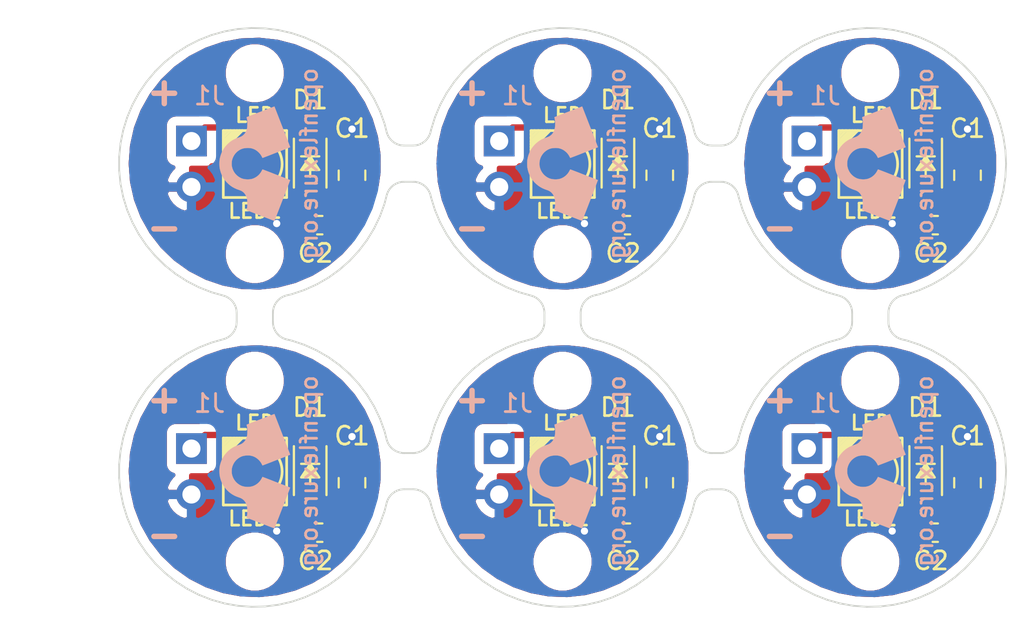
<source format=kicad_pcb>
(kicad_pcb (version 20171130) (host pcbnew 5.1.9)
  (layers (0 F.Cu signal) (31 B.Cu signal) (34 B.Paste user) (35 F.Paste user) (36 B.SilkS user) (37 F.SilkS user) (38 B.Mask user) (39 F.Mask user) (44 Edge.Cuts user))
  (net 0 "")
  (net 1 Board_1-GND)
  (net 2 "Board_1-Net-(C1-Pad1)")
  (net 3 "Board_1-Net-(D1-Pad1)")
  (net 4 Board_2-GND)
  (net 5 "Board_2-Net-(C1-Pad1)")
  (net 6 "Board_2-Net-(D1-Pad1)")
  (net 7 Board_3-GND)
  (net 8 "Board_3-Net-(C1-Pad1)")
  (net 9 "Board_3-Net-(D1-Pad1)")
  (net 10 Board_4-GND)
  (net 11 "Board_4-Net-(C1-Pad1)")
  (net 12 "Board_4-Net-(D1-Pad1)")
  (net 13 Board_5-GND)
  (net 14 "Board_5-Net-(C1-Pad1)")
  (net 15 "Board_5-Net-(D1-Pad1)")
  (net 16 Board_6-GND)
  (net 17 "Board_6-Net-(C1-Pad1)")
  (net 18 "Board_6-Net-(D1-Pad1)")
  (module NPTH (layer F.Cu) (at 84.319737 73.524892)
    (fp_text reference REF** hide)
    (fp_text value NPTH hide)
    (pad "" np_thru_hole circle (at 0 0) (size 0.5 0.5) (drill 0.5) (layers *.Cu))
  )
  (module NPTH (layer F.Cu) (at 84.258328 74.500003)
    (fp_text reference REF** hide)
    (fp_text value NPTH hide)
    (pad "" np_thru_hole circle (at 0 0) (size 0.5 0.5) (drill 0.5) (layers *.Cu))
  )
  (module NPTH (layer F.Cu) (at 84.319737 75.475113)
    (fp_text reference REF** hide)
    (fp_text value NPTH hide)
    (pad "" np_thru_hole circle (at 0 0) (size 0.5 0.5) (drill 0.5) (layers *.Cu))
  )
  (module NPTH (layer F.Cu) (at 81.678366 75.462747)
    (fp_text reference REF** hide)
    (fp_text value NPTH hide)
    (pad "" np_thru_hole circle (at 0 0) (size 0.5 0.5) (drill 0.5) (layers *.Cu))
  )
  (module NPTH (layer F.Cu) (at 81.750688 74.500002)
    (fp_text reference REF** hide)
    (fp_text value NPTH hide)
    (pad "" np_thru_hole circle (at 0 0) (size 0.5 0.5) (drill 0.5) (layers *.Cu))
  )
  (module NPTH (layer F.Cu) (at 81.678366 73.537258)
    (fp_text reference REF** hide)
    (fp_text value NPTH hide)
    (pad "" np_thru_hole circle (at 0 0) (size 0.5 0.5) (drill 0.5) (layers *.Cu))
  )
  (module NPTH (layer F.Cu) (at 67.319735 73.524892)
    (fp_text reference REF** hide)
    (fp_text value NPTH hide)
    (pad "" np_thru_hole circle (at 0 0) (size 0.5 0.5) (drill 0.5) (layers *.Cu))
  )
  (module NPTH (layer F.Cu) (at 67.258326 74.500003)
    (fp_text reference REF** hide)
    (fp_text value NPTH hide)
    (pad "" np_thru_hole circle (at 0 0) (size 0.5 0.5) (drill 0.5) (layers *.Cu))
  )
  (module NPTH (layer F.Cu) (at 67.319735 75.475113)
    (fp_text reference REF** hide)
    (fp_text value NPTH hide)
    (pad "" np_thru_hole circle (at 0 0) (size 0.5 0.5) (drill 0.5) (layers *.Cu))
  )
  (module NPTH (layer F.Cu) (at 64.678364 75.462747)
    (fp_text reference REF** hide)
    (fp_text value NPTH hide)
    (pad "" np_thru_hole circle (at 0 0) (size 0.5 0.5) (drill 0.5) (layers *.Cu))
  )
  (module NPTH (layer F.Cu) (at 64.750686 74.500002)
    (fp_text reference REF** hide)
    (fp_text value NPTH hide)
    (pad "" np_thru_hole circle (at 0 0) (size 0.5 0.5) (drill 0.5) (layers *.Cu))
  )
  (module NPTH (layer F.Cu) (at 64.678364 73.537258)
    (fp_text reference REF** hide)
    (fp_text value NPTH hide)
    (pad "" np_thru_hole circle (at 0 0) (size 0.5 0.5) (drill 0.5) (layers *.Cu))
  )
  (module NPTH (layer F.Cu) (at 84.319737 56.52489)
    (fp_text reference REF** hide)
    (fp_text value NPTH hide)
    (pad "" np_thru_hole circle (at 0 0) (size 0.5 0.5) (drill 0.5) (layers *.Cu))
  )
  (module NPTH (layer F.Cu) (at 84.258328 57.500001)
    (fp_text reference REF** hide)
    (fp_text value NPTH hide)
    (pad "" np_thru_hole circle (at 0 0) (size 0.5 0.5) (drill 0.5) (layers *.Cu))
  )
  (module NPTH (layer F.Cu) (at 84.319737 58.475111)
    (fp_text reference REF** hide)
    (fp_text value NPTH hide)
    (pad "" np_thru_hole circle (at 0 0) (size 0.5 0.5) (drill 0.5) (layers *.Cu))
  )
  (module NPTH (layer F.Cu) (at 81.678366 58.462745)
    (fp_text reference REF** hide)
    (fp_text value NPTH hide)
    (pad "" np_thru_hole circle (at 0 0) (size 0.5 0.5) (drill 0.5) (layers *.Cu))
  )
  (module NPTH (layer F.Cu) (at 81.750688 57.5)
    (fp_text reference REF** hide)
    (fp_text value NPTH hide)
    (pad "" np_thru_hole circle (at 0 0) (size 0.5 0.5) (drill 0.5) (layers *.Cu))
  )
  (module NPTH (layer F.Cu) (at 81.678366 56.537256)
    (fp_text reference REF** hide)
    (fp_text value NPTH hide)
    (pad "" np_thru_hole circle (at 0 0) (size 0.5 0.5) (drill 0.5) (layers *.Cu))
  )
  (module NPTH (layer F.Cu) (at 67.319735 56.52489)
    (fp_text reference REF** hide)
    (fp_text value NPTH hide)
    (pad "" np_thru_hole circle (at 0 0) (size 0.5 0.5) (drill 0.5) (layers *.Cu))
  )
  (module NPTH (layer F.Cu) (at 67.258326 57.500001)
    (fp_text reference REF** hide)
    (fp_text value NPTH hide)
    (pad "" np_thru_hole circle (at 0 0) (size 0.5 0.5) (drill 0.5) (layers *.Cu))
  )
  (module NPTH (layer F.Cu) (at 67.319735 58.475111)
    (fp_text reference REF** hide)
    (fp_text value NPTH hide)
    (pad "" np_thru_hole circle (at 0 0) (size 0.5 0.5) (drill 0.5) (layers *.Cu))
  )
  (module NPTH (layer F.Cu) (at 64.678364 58.462745)
    (fp_text reference REF** hide)
    (fp_text value NPTH hide)
    (pad "" np_thru_hole circle (at 0 0) (size 0.5 0.5) (drill 0.5) (layers *.Cu))
  )
  (module NPTH (layer F.Cu) (at 64.750686 57.5)
    (fp_text reference REF** hide)
    (fp_text value NPTH hide)
    (pad "" np_thru_hole circle (at 0 0) (size 0.5 0.5) (drill 0.5) (layers *.Cu))
  )
  (module NPTH (layer F.Cu) (at 64.678364 56.537256)
    (fp_text reference REF** hide)
    (fp_text value NPTH hide)
    (pad "" np_thru_hole circle (at 0 0) (size 0.5 0.5) (drill 0.5) (layers *.Cu))
  )
  (module NPTH (layer F.Cu) (at 92.468921 67.323106)
    (fp_text reference REF** hide)
    (fp_text value NPTH hide)
    (pad "" np_thru_hole circle (at 0 0) (size 0.5 0.5) (drill 0.5) (layers *.Cu))
  )
  (module NPTH (layer F.Cu) (at 91.506449 67.256235)
    (fp_text reference REF** hide)
    (fp_text value NPTH hide)
    (pad "" np_thru_hole circle (at 0 0) (size 0.5 0.5) (drill 0.5) (layers *.Cu))
  )
  (module NPTH (layer F.Cu) (at 90.543399 67.315286)
    (fp_text reference REF** hide)
    (fp_text value NPTH hide)
    (pad "" np_thru_hole circle (at 0 0) (size 0.5 0.5) (drill 0.5) (layers *.Cu))
  )
  (module NPTH (layer F.Cu) (at 75.468919 67.323106)
    (fp_text reference REF** hide)
    (fp_text value NPTH hide)
    (pad "" np_thru_hole circle (at 0 0) (size 0.5 0.5) (drill 0.5) (layers *.Cu))
  )
  (module NPTH (layer F.Cu) (at 74.506447 67.256235)
    (fp_text reference REF** hide)
    (fp_text value NPTH hide)
    (pad "" np_thru_hole circle (at 0 0) (size 0.5 0.5) (drill 0.5) (layers *.Cu))
  )
  (module NPTH (layer F.Cu) (at 73.543397 67.315286)
    (fp_text reference REF** hide)
    (fp_text value NPTH hide)
    (pad "" np_thru_hole circle (at 0 0) (size 0.5 0.5) (drill 0.5) (layers *.Cu))
  )
  (module NPTH (layer F.Cu) (at 58.468917 67.323106)
    (fp_text reference REF** hide)
    (fp_text value NPTH hide)
    (pad "" np_thru_hole circle (at 0 0) (size 0.5 0.5) (drill 0.5) (layers *.Cu))
  )
  (module NPTH (layer F.Cu) (at 57.506445 67.256235)
    (fp_text reference REF** hide)
    (fp_text value NPTH hide)
    (pad "" np_thru_hole circle (at 0 0) (size 0.5 0.5) (drill 0.5) (layers *.Cu))
  )
  (module NPTH (layer F.Cu) (at 56.543395 67.315286)
    (fp_text reference REF** hide)
    (fp_text value NPTH hide)
    (pad "" np_thru_hole circle (at 0 0) (size 0.5 0.5) (drill 0.5) (layers *.Cu))
  )
  (module NPTH (layer F.Cu) (at 90.543399 64.684717)
    (fp_text reference REF** hide)
    (fp_text value NPTH hide)
    (pad "" np_thru_hole circle (at 0 0) (size 0.5 0.5) (drill 0.5) (layers *.Cu))
  )
  (module NPTH (layer F.Cu) (at 91.506449 64.743768)
    (fp_text reference REF** hide)
    (fp_text value NPTH hide)
    (pad "" np_thru_hole circle (at 0 0) (size 0.5 0.5) (drill 0.5) (layers *.Cu))
  )
  (module NPTH (layer F.Cu) (at 92.468921 64.676897)
    (fp_text reference REF** hide)
    (fp_text value NPTH hide)
    (pad "" np_thru_hole circle (at 0 0) (size 0.5 0.5) (drill 0.5) (layers *.Cu))
  )
  (module NPTH (layer F.Cu) (at 73.543397 64.684717)
    (fp_text reference REF** hide)
    (fp_text value NPTH hide)
    (pad "" np_thru_hole circle (at 0 0) (size 0.5 0.5) (drill 0.5) (layers *.Cu))
  )
  (module NPTH (layer F.Cu) (at 74.506447 64.743768)
    (fp_text reference REF** hide)
    (fp_text value NPTH hide)
    (pad "" np_thru_hole circle (at 0 0) (size 0.5 0.5) (drill 0.5) (layers *.Cu))
  )
  (module NPTH (layer F.Cu) (at 75.468919 64.676897)
    (fp_text reference REF** hide)
    (fp_text value NPTH hide)
    (pad "" np_thru_hole circle (at 0 0) (size 0.5 0.5) (drill 0.5) (layers *.Cu))
  )
  (module NPTH (layer F.Cu) (at 56.543395 64.684717)
    (fp_text reference REF** hide)
    (fp_text value NPTH hide)
    (pad "" np_thru_hole circle (at 0 0) (size 0.5 0.5) (drill 0.5) (layers *.Cu))
  )
  (module NPTH (layer F.Cu) (at 57.506445 64.743768)
    (fp_text reference REF** hide)
    (fp_text value NPTH hide)
    (pad "" np_thru_hole circle (at 0 0) (size 0.5 0.5) (drill 0.5) (layers *.Cu))
  )
  (module NPTH (layer F.Cu) (at 58.468917 64.676897)
    (fp_text reference REF** hide)
    (fp_text value NPTH hide)
    (pad "" np_thru_hole circle (at 0 0) (size 0.5 0.5) (drill 0.5) (layers *.Cu))
  )
  (module MountingHole:MountingHole_2.2mm_M2 (layer B.Cu) (at 91.500005 69.500003)
    (fp_text reference H1 hide)
    (fp_text value MountingHole)
    (pad 1 np_thru_hole circle (at 0 0) (size 2.2 2.2) (drill 2.2) (layers *.Cu *.Mask))
  )
  (module MountingHole:MountingHole_2.2mm_M2 (layer B.Cu) (at 91.500005 79.500003)
    (fp_text reference H2 hide)
    (fp_text value MountingHole)
    (pad 1 np_thru_hole circle (at 0 0) (size 2.2 2.2) (drill 2.2) (layers *.Cu *.Mask))
  )
  (module Capacitor_SMD:C_0805_2012Metric_Pad1.18x1.45mm_HandSolder (layer F.Cu) (at 96.870005 75.140003 90)
    (fp_text reference C1 (at 2.59 0 180) (layer F.SilkS))
    (fp_text value 10uF)
    (pad 1 smd roundrect (at -1.0375 0 90) (size 1.175 1.45) (layers F.Cu F.Paste F.Mask) (roundrect_rratio 0.2127659574468085) (net 17 "Board_6-Net-(C1-Pad1)"))
    (pad 2 smd roundrect (at 1.0375 0 90) (size 1.175 1.45) (layers F.Cu F.Paste F.Mask) (roundrect_rratio 0.2127659574468085) (net 16 Board_6-GND))
  )
  (module Capacitor_SMD:C_0603_1608Metric_Pad1.08x0.95mm_HandSolder (layer F.Cu) (at 95.090005 77.900003 180)
    (fp_text reference C2 (at 0.24 -1.55) (layer F.SilkS))
    (fp_text value 0.1uF)
    (pad 1 smd roundrect (at -0.8625 0 180) (size 1.075 0.95) (layers F.Cu F.Paste F.Mask) (net 17 "Board_6-Net-(C1-Pad1)"))
    (pad 2 smd roundrect (at 0.8625 0 180) (size 1.075 0.95) (layers F.Cu F.Paste F.Mask) (net 16 Board_6-GND))
  )
  (module Custom:OFM (layer B.Cu) (at 91.500005 74.500003 270)
    (fp_text reference LOGO1 hide)
    (fp_text value LOGO hide)
  )
  (module Custom:SOD3716X135N (layer F.Cu) (at 94.560005 74.470003 270)
    (fp_text reference D1 (at -3.5 0 180) (layer F.SilkS))
    (fp_text value NSI45020T1G)
    (pad 2 smd rect (at 1.73 0 270) (size 1.12 0.8) (layers F.Cu F.Paste F.Mask) (net 17 "Board_6-Net-(C1-Pad1)"))
    (pad 1 smd rect (at -1.73 0 270) (size 1.12 0.8) (layers F.Cu F.Paste F.Mask) (net 18 "Board_6-Net-(D1-Pad1)"))
  )
  (module Custom:Luxeon_3535L (layer F.Cu) (at 91.510005 74.520003 180)
    (fp_text reference LED1 (at 0 -2.6) (layer F.SilkS) (effects (font (size 0.8 0.8))))
    (fp_text value LED (at 0 2.7) (layer F.SilkS) (effects (font (size 0.8 0.8))))
    (pad 2 smd rect (at -1.39 0 180) (size 1.02 2.6) (layers F.Cu F.Paste F.Mask) (net 18 "Board_6-Net-(D1-Pad1)"))
    (pad 1 smd rect (at 0.835 0 180) (size 2.13 2.6) (layers F.Cu F.Paste F.Mask) (net 16 Board_6-GND))
  )
  (module Custom:PinHeader_1x02_P2.54mm_Horizontal (layer B.Cu) (at 88.000005 73.250003 180)
    (fp_text reference J1 (at -1 2.5) (layer B.SilkS) (effects (justify mirror)))
    (fp_text value Conn_01x02)
    (pad 1 thru_hole rect (at 0 0 180) (size 1.7 1.7) (drill 1) (layers *.Cu *.Mask) (net 17 "Board_6-Net-(C1-Pad1)"))
    (pad 2 thru_hole oval (at 0 -2.54 180) (size 1.7 1.7) (drill 1) (layers *.Cu *.Mask) (net 16 Board_6-GND))
  )
  (module MountingHole:MountingHole_2.2mm_M2 (layer B.Cu) (at 74.500003 69.500003)
    (fp_text reference H1 hide)
    (fp_text value MountingHole)
    (pad 1 np_thru_hole circle (at 0 0) (size 2.2 2.2) (drill 2.2) (layers *.Cu *.Mask))
  )
  (module MountingHole:MountingHole_2.2mm_M2 (layer B.Cu) (at 74.500003 79.500003)
    (fp_text reference H2 hide)
    (fp_text value MountingHole)
    (pad 1 np_thru_hole circle (at 0 0) (size 2.2 2.2) (drill 2.2) (layers *.Cu *.Mask))
  )
  (module Capacitor_SMD:C_0805_2012Metric_Pad1.18x1.45mm_HandSolder (layer F.Cu) (at 79.870003 75.140003 90)
    (fp_text reference C1 (at 2.59 0 180) (layer F.SilkS))
    (fp_text value 10uF)
    (pad 1 smd roundrect (at -1.0375 0 90) (size 1.175 1.45) (layers F.Cu F.Paste F.Mask) (roundrect_rratio 0.2127659574468085) (net 14 "Board_5-Net-(C1-Pad1)"))
    (pad 2 smd roundrect (at 1.0375 0 90) (size 1.175 1.45) (layers F.Cu F.Paste F.Mask) (roundrect_rratio 0.2127659574468085) (net 13 Board_5-GND))
  )
  (module Capacitor_SMD:C_0603_1608Metric_Pad1.08x0.95mm_HandSolder (layer F.Cu) (at 78.090003 77.900003 180)
    (fp_text reference C2 (at 0.24 -1.55) (layer F.SilkS))
    (fp_text value 0.1uF)
    (pad 1 smd roundrect (at -0.8625 0 180) (size 1.075 0.95) (layers F.Cu F.Paste F.Mask) (net 14 "Board_5-Net-(C1-Pad1)"))
    (pad 2 smd roundrect (at 0.8625 0 180) (size 1.075 0.95) (layers F.Cu F.Paste F.Mask) (net 13 Board_5-GND))
  )
  (module Custom:OFM (layer B.Cu) (at 74.500003 74.500003 270)
    (fp_text reference LOGO1 hide)
    (fp_text value LOGO hide)
  )
  (module Custom:SOD3716X135N (layer F.Cu) (at 77.560003 74.470003 270)
    (fp_text reference D1 (at -3.5 0 180) (layer F.SilkS))
    (fp_text value NSI45020T1G)
    (pad 2 smd rect (at 1.73 0 270) (size 1.12 0.8) (layers F.Cu F.Paste F.Mask) (net 14 "Board_5-Net-(C1-Pad1)"))
    (pad 1 smd rect (at -1.73 0 270) (size 1.12 0.8) (layers F.Cu F.Paste F.Mask) (net 15 "Board_5-Net-(D1-Pad1)"))
  )
  (module Custom:Luxeon_3535L (layer F.Cu) (at 74.510003 74.520003 180)
    (fp_text reference LED1 (at 0 -2.6) (layer F.SilkS) (effects (font (size 0.8 0.8))))
    (fp_text value LED (at 0 2.7) (layer F.SilkS) (effects (font (size 0.8 0.8))))
    (pad 2 smd rect (at -1.39 0 180) (size 1.02 2.6) (layers F.Cu F.Paste F.Mask) (net 15 "Board_5-Net-(D1-Pad1)"))
    (pad 1 smd rect (at 0.835 0 180) (size 2.13 2.6) (layers F.Cu F.Paste F.Mask) (net 13 Board_5-GND))
  )
  (module Custom:PinHeader_1x02_P2.54mm_Horizontal (layer B.Cu) (at 71.000003 73.250003 180)
    (fp_text reference J1 (at -1 2.5) (layer B.SilkS) (effects (justify mirror)))
    (fp_text value Conn_01x02)
    (pad 1 thru_hole rect (at 0 0 180) (size 1.7 1.7) (drill 1) (layers *.Cu *.Mask) (net 14 "Board_5-Net-(C1-Pad1)"))
    (pad 2 thru_hole oval (at 0 -2.54 180) (size 1.7 1.7) (drill 1) (layers *.Cu *.Mask) (net 13 Board_5-GND))
  )
  (module MountingHole:MountingHole_2.2mm_M2 (layer B.Cu) (at 57.500001 69.500003)
    (fp_text reference H1 hide)
    (fp_text value MountingHole)
    (pad 1 np_thru_hole circle (at 0 0) (size 2.2 2.2) (drill 2.2) (layers *.Cu *.Mask))
  )
  (module MountingHole:MountingHole_2.2mm_M2 (layer B.Cu) (at 57.500001 79.500003)
    (fp_text reference H2 hide)
    (fp_text value MountingHole)
    (pad 1 np_thru_hole circle (at 0 0) (size 2.2 2.2) (drill 2.2) (layers *.Cu *.Mask))
  )
  (module Capacitor_SMD:C_0805_2012Metric_Pad1.18x1.45mm_HandSolder (layer F.Cu) (at 62.870001 75.140003 90)
    (fp_text reference C1 (at 2.59 0 180) (layer F.SilkS))
    (fp_text value 10uF)
    (pad 1 smd roundrect (at -1.0375 0 90) (size 1.175 1.45) (layers F.Cu F.Paste F.Mask) (roundrect_rratio 0.2127659574468085) (net 11 "Board_4-Net-(C1-Pad1)"))
    (pad 2 smd roundrect (at 1.0375 0 90) (size 1.175 1.45) (layers F.Cu F.Paste F.Mask) (roundrect_rratio 0.2127659574468085) (net 10 Board_4-GND))
  )
  (module Capacitor_SMD:C_0603_1608Metric_Pad1.08x0.95mm_HandSolder (layer F.Cu) (at 61.090001 77.900003 180)
    (fp_text reference C2 (at 0.24 -1.55) (layer F.SilkS))
    (fp_text value 0.1uF)
    (pad 1 smd roundrect (at -0.8625 0 180) (size 1.075 0.95) (layers F.Cu F.Paste F.Mask) (net 11 "Board_4-Net-(C1-Pad1)"))
    (pad 2 smd roundrect (at 0.8625 0 180) (size 1.075 0.95) (layers F.Cu F.Paste F.Mask) (net 10 Board_4-GND))
  )
  (module Custom:OFM (layer B.Cu) (at 57.500001 74.500003 270)
    (fp_text reference LOGO1 hide)
    (fp_text value LOGO hide)
  )
  (module Custom:SOD3716X135N (layer F.Cu) (at 60.560001 74.470003 270)
    (fp_text reference D1 (at -3.5 0 180) (layer F.SilkS))
    (fp_text value NSI45020T1G)
    (pad 2 smd rect (at 1.73 0 270) (size 1.12 0.8) (layers F.Cu F.Paste F.Mask) (net 11 "Board_4-Net-(C1-Pad1)"))
    (pad 1 smd rect (at -1.73 0 270) (size 1.12 0.8) (layers F.Cu F.Paste F.Mask) (net 12 "Board_4-Net-(D1-Pad1)"))
  )
  (module Custom:Luxeon_3535L (layer F.Cu) (at 57.510001 74.520003 180)
    (fp_text reference LED1 (at 0 -2.6) (layer F.SilkS) (effects (font (size 0.8 0.8))))
    (fp_text value LED (at 0 2.7) (layer F.SilkS) (effects (font (size 0.8 0.8))))
    (pad 2 smd rect (at -1.39 0 180) (size 1.02 2.6) (layers F.Cu F.Paste F.Mask) (net 12 "Board_4-Net-(D1-Pad1)"))
    (pad 1 smd rect (at 0.835 0 180) (size 2.13 2.6) (layers F.Cu F.Paste F.Mask) (net 10 Board_4-GND))
  )
  (module Custom:PinHeader_1x02_P2.54mm_Horizontal (layer B.Cu) (at 54.000001 73.250003 180)
    (fp_text reference J1 (at -1 2.5) (layer B.SilkS) (effects (justify mirror)))
    (fp_text value Conn_01x02)
    (pad 1 thru_hole rect (at 0 0 180) (size 1.7 1.7) (drill 1) (layers *.Cu *.Mask) (net 11 "Board_4-Net-(C1-Pad1)"))
    (pad 2 thru_hole oval (at 0 -2.54 180) (size 1.7 1.7) (drill 1) (layers *.Cu *.Mask) (net 10 Board_4-GND))
  )
  (module MountingHole:MountingHole_2.2mm_M2 (layer B.Cu) (at 91.500005 52.500001)
    (fp_text reference H1 hide)
    (fp_text value MountingHole)
    (pad 1 np_thru_hole circle (at 0 0) (size 2.2 2.2) (drill 2.2) (layers *.Cu *.Mask))
  )
  (module MountingHole:MountingHole_2.2mm_M2 (layer B.Cu) (at 91.500005 62.500001)
    (fp_text reference H2 hide)
    (fp_text value MountingHole)
    (pad 1 np_thru_hole circle (at 0 0) (size 2.2 2.2) (drill 2.2) (layers *.Cu *.Mask))
  )
  (module Capacitor_SMD:C_0805_2012Metric_Pad1.18x1.45mm_HandSolder (layer F.Cu) (at 96.870005 58.140001 90)
    (fp_text reference C1 (at 2.59 0 180) (layer F.SilkS))
    (fp_text value 10uF)
    (pad 1 smd roundrect (at -1.0375 0 90) (size 1.175 1.45) (layers F.Cu F.Paste F.Mask) (roundrect_rratio 0.2127659574468085) (net 8 "Board_3-Net-(C1-Pad1)"))
    (pad 2 smd roundrect (at 1.0375 0 90) (size 1.175 1.45) (layers F.Cu F.Paste F.Mask) (roundrect_rratio 0.2127659574468085) (net 7 Board_3-GND))
  )
  (module Capacitor_SMD:C_0603_1608Metric_Pad1.08x0.95mm_HandSolder (layer F.Cu) (at 95.090005 60.900001 180)
    (fp_text reference C2 (at 0.24 -1.55) (layer F.SilkS))
    (fp_text value 0.1uF)
    (pad 1 smd roundrect (at -0.8625 0 180) (size 1.075 0.95) (layers F.Cu F.Paste F.Mask) (net 8 "Board_3-Net-(C1-Pad1)"))
    (pad 2 smd roundrect (at 0.8625 0 180) (size 1.075 0.95) (layers F.Cu F.Paste F.Mask) (net 7 Board_3-GND))
  )
  (module Custom:OFM (layer B.Cu) (at 91.500005 57.500001 270)
    (fp_text reference LOGO1 hide)
    (fp_text value LOGO hide)
  )
  (module Custom:SOD3716X135N (layer F.Cu) (at 94.560005 57.470001 270)
    (fp_text reference D1 (at -3.5 0 180) (layer F.SilkS))
    (fp_text value NSI45020T1G)
    (pad 2 smd rect (at 1.73 0 270) (size 1.12 0.8) (layers F.Cu F.Paste F.Mask) (net 8 "Board_3-Net-(C1-Pad1)"))
    (pad 1 smd rect (at -1.73 0 270) (size 1.12 0.8) (layers F.Cu F.Paste F.Mask) (net 9 "Board_3-Net-(D1-Pad1)"))
  )
  (module Custom:Luxeon_3535L (layer F.Cu) (at 91.510005 57.520001 180)
    (fp_text reference LED1 (at 0 -2.6) (layer F.SilkS) (effects (font (size 0.8 0.8))))
    (fp_text value LED (at 0 2.7) (layer F.SilkS) (effects (font (size 0.8 0.8))))
    (pad 2 smd rect (at -1.39 0 180) (size 1.02 2.6) (layers F.Cu F.Paste F.Mask) (net 9 "Board_3-Net-(D1-Pad1)"))
    (pad 1 smd rect (at 0.835 0 180) (size 2.13 2.6) (layers F.Cu F.Paste F.Mask) (net 7 Board_3-GND))
  )
  (module Custom:PinHeader_1x02_P2.54mm_Horizontal (layer B.Cu) (at 88.000005 56.250001 180)
    (fp_text reference J1 (at -1 2.5) (layer B.SilkS) (effects (justify mirror)))
    (fp_text value Conn_01x02)
    (pad 1 thru_hole rect (at 0 0 180) (size 1.7 1.7) (drill 1) (layers *.Cu *.Mask) (net 8 "Board_3-Net-(C1-Pad1)"))
    (pad 2 thru_hole oval (at 0 -2.54 180) (size 1.7 1.7) (drill 1) (layers *.Cu *.Mask) (net 7 Board_3-GND))
  )
  (module MountingHole:MountingHole_2.2mm_M2 (layer B.Cu) (at 74.500003 52.500001)
    (fp_text reference H1 hide)
    (fp_text value MountingHole)
    (pad 1 np_thru_hole circle (at 0 0) (size 2.2 2.2) (drill 2.2) (layers *.Cu *.Mask))
  )
  (module MountingHole:MountingHole_2.2mm_M2 (layer B.Cu) (at 74.500003 62.500001)
    (fp_text reference H2 hide)
    (fp_text value MountingHole)
    (pad 1 np_thru_hole circle (at 0 0) (size 2.2 2.2) (drill 2.2) (layers *.Cu *.Mask))
  )
  (module Capacitor_SMD:C_0805_2012Metric_Pad1.18x1.45mm_HandSolder (layer F.Cu) (at 79.870003 58.140001 90)
    (fp_text reference C1 (at 2.59 0 180) (layer F.SilkS))
    (fp_text value 10uF)
    (pad 1 smd roundrect (at -1.0375 0 90) (size 1.175 1.45) (layers F.Cu F.Paste F.Mask) (roundrect_rratio 0.2127659574468085) (net 5 "Board_2-Net-(C1-Pad1)"))
    (pad 2 smd roundrect (at 1.0375 0 90) (size 1.175 1.45) (layers F.Cu F.Paste F.Mask) (roundrect_rratio 0.2127659574468085) (net 4 Board_2-GND))
  )
  (module Capacitor_SMD:C_0603_1608Metric_Pad1.08x0.95mm_HandSolder (layer F.Cu) (at 78.090003 60.900001 180)
    (fp_text reference C2 (at 0.24 -1.55) (layer F.SilkS))
    (fp_text value 0.1uF)
    (pad 1 smd roundrect (at -0.8625 0 180) (size 1.075 0.95) (layers F.Cu F.Paste F.Mask) (net 5 "Board_2-Net-(C1-Pad1)"))
    (pad 2 smd roundrect (at 0.8625 0 180) (size 1.075 0.95) (layers F.Cu F.Paste F.Mask) (net 4 Board_2-GND))
  )
  (module Custom:OFM (layer B.Cu) (at 74.500003 57.500001 270)
    (fp_text reference LOGO1 hide)
    (fp_text value LOGO hide)
  )
  (module Custom:SOD3716X135N (layer F.Cu) (at 77.560003 57.470001 270)
    (fp_text reference D1 (at -3.5 0 180) (layer F.SilkS))
    (fp_text value NSI45020T1G)
    (pad 2 smd rect (at 1.73 0 270) (size 1.12 0.8) (layers F.Cu F.Paste F.Mask) (net 5 "Board_2-Net-(C1-Pad1)"))
    (pad 1 smd rect (at -1.73 0 270) (size 1.12 0.8) (layers F.Cu F.Paste F.Mask) (net 6 "Board_2-Net-(D1-Pad1)"))
  )
  (module Custom:Luxeon_3535L (layer F.Cu) (at 74.510003 57.520001 180)
    (fp_text reference LED1 (at 0 -2.6) (layer F.SilkS) (effects (font (size 0.8 0.8))))
    (fp_text value LED (at 0 2.7) (layer F.SilkS) (effects (font (size 0.8 0.8))))
    (pad 2 smd rect (at -1.39 0 180) (size 1.02 2.6) (layers F.Cu F.Paste F.Mask) (net 6 "Board_2-Net-(D1-Pad1)"))
    (pad 1 smd rect (at 0.835 0 180) (size 2.13 2.6) (layers F.Cu F.Paste F.Mask) (net 4 Board_2-GND))
  )
  (module Custom:PinHeader_1x02_P2.54mm_Horizontal (layer B.Cu) (at 71.000003 56.250001 180)
    (fp_text reference J1 (at -1 2.5) (layer B.SilkS) (effects (justify mirror)))
    (fp_text value Conn_01x02)
    (pad 1 thru_hole rect (at 0 0 180) (size 1.7 1.7) (drill 1) (layers *.Cu *.Mask) (net 5 "Board_2-Net-(C1-Pad1)"))
    (pad 2 thru_hole oval (at 0 -2.54 180) (size 1.7 1.7) (drill 1) (layers *.Cu *.Mask) (net 4 Board_2-GND))
  )
  (module MountingHole:MountingHole_2.2mm_M2 (layer B.Cu) (at 57.500001 52.500001)
    (fp_text reference H1 hide)
    (fp_text value MountingHole)
    (pad 1 np_thru_hole circle (at 0 0) (size 2.2 2.2) (drill 2.2) (layers *.Cu *.Mask))
  )
  (module MountingHole:MountingHole_2.2mm_M2 (layer B.Cu) (at 57.500001 62.500001)
    (fp_text reference H2 hide)
    (fp_text value MountingHole)
    (pad 1 np_thru_hole circle (at 0 0) (size 2.2 2.2) (drill 2.2) (layers *.Cu *.Mask))
  )
  (module Capacitor_SMD:C_0805_2012Metric_Pad1.18x1.45mm_HandSolder (layer F.Cu) (at 62.870001 58.140001 90)
    (fp_text reference C1 (at 2.59 0 180) (layer F.SilkS))
    (fp_text value 10uF)
    (pad 1 smd roundrect (at -1.0375 0 90) (size 1.175 1.45) (layers F.Cu F.Paste F.Mask) (roundrect_rratio 0.2127659574468085) (net 2 "Board_1-Net-(C1-Pad1)"))
    (pad 2 smd roundrect (at 1.0375 0 90) (size 1.175 1.45) (layers F.Cu F.Paste F.Mask) (roundrect_rratio 0.2127659574468085) (net 1 Board_1-GND))
  )
  (module Capacitor_SMD:C_0603_1608Metric_Pad1.08x0.95mm_HandSolder (layer F.Cu) (at 61.090001 60.900001 180)
    (fp_text reference C2 (at 0.24 -1.55) (layer F.SilkS))
    (fp_text value 0.1uF)
    (pad 1 smd roundrect (at -0.8625 0 180) (size 1.075 0.95) (layers F.Cu F.Paste F.Mask) (net 2 "Board_1-Net-(C1-Pad1)"))
    (pad 2 smd roundrect (at 0.8625 0 180) (size 1.075 0.95) (layers F.Cu F.Paste F.Mask) (net 1 Board_1-GND))
  )
  (module Custom:OFM (layer B.Cu) (at 57.500001 57.500001 270)
    (fp_text reference LOGO1 hide)
    (fp_text value LOGO hide)
  )
  (module Custom:SOD3716X135N (layer F.Cu) (at 60.560001 57.470001 270)
    (fp_text reference D1 (at -3.5 0 180) (layer F.SilkS))
    (fp_text value NSI45020T1G)
    (pad 2 smd rect (at 1.73 0 270) (size 1.12 0.8) (layers F.Cu F.Paste F.Mask) (net 2 "Board_1-Net-(C1-Pad1)"))
    (pad 1 smd rect (at -1.73 0 270) (size 1.12 0.8) (layers F.Cu F.Paste F.Mask) (net 3 "Board_1-Net-(D1-Pad1)"))
  )
  (module Custom:Luxeon_3535L (layer F.Cu) (at 57.510001 57.520001 180)
    (fp_text reference LED1 (at 0 -2.6) (layer F.SilkS) (effects (font (size 0.8 0.8))))
    (fp_text value LED (at 0 2.7) (layer F.SilkS) (effects (font (size 0.8 0.8))))
    (pad 2 smd rect (at -1.39 0 180) (size 1.02 2.6) (layers F.Cu F.Paste F.Mask) (net 3 "Board_1-Net-(D1-Pad1)"))
    (pad 1 smd rect (at 0.835 0 180) (size 2.13 2.6) (layers F.Cu F.Paste F.Mask) (net 1 Board_1-GND))
  )
  (module Custom:PinHeader_1x02_P2.54mm_Horizontal (layer B.Cu) (at 54.000001 56.250001 180)
    (fp_text reference J1 (at -1 2.5) (layer B.SilkS) (effects (justify mirror)))
    (fp_text value Conn_01x02)
    (pad 1 thru_hole rect (at 0 0 180) (size 1.7 1.7) (drill 1) (layers *.Cu *.Mask) (net 2 "Board_1-Net-(C1-Pad1)"))
    (pad 2 thru_hole oval (at 0 -2.54 180) (size 1.7 1.7) (drill 1) (layers *.Cu *.Mask) (net 1 Board_1-GND))
  )
  (gr_line (start 58.501 66.2544) (end 58.501 65.7456) (layer Edge.Cuts) (width 0.1))
  (gr_line (start 58.5056 66.3497) (end 58.501 66.2544) (layer Edge.Cuts) (width 0.1))
  (gr_line (start 58.5193 66.4439) (end 58.5056 66.3497) (layer Edge.Cuts) (width 0.1))
  (gr_line (start 58.5419 66.5363) (end 58.5193 66.4439) (layer Edge.Cuts) (width 0.1))
  (gr_line (start 58.5734 66.6261) (end 58.5419 66.5363) (layer Edge.Cuts) (width 0.1))
  (gr_line (start 58.6133 66.7125) (end 58.5734 66.6261) (layer Edge.Cuts) (width 0.1))
  (gr_line (start 58.6613 66.7947) (end 58.6133 66.7125) (layer Edge.Cuts) (width 0.1))
  (gr_line (start 58.717 66.8719) (end 58.6613 66.7947) (layer Edge.Cuts) (width 0.1))
  (gr_line (start 58.7798 66.9434) (end 58.717 66.8719) (layer Edge.Cuts) (width 0.1))
  (gr_line (start 58.8493 67.0085) (end 58.7798 66.9434) (layer Edge.Cuts) (width 0.1))
  (gr_line (start 58.9246 67.0666) (end 58.8493 67.0085) (layer Edge.Cuts) (width 0.1))
  (gr_line (start 59.0052 67.1172) (end 58.9246 67.0666) (layer Edge.Cuts) (width 0.1))
  (gr_line (start 59.0903 67.1599) (end 59.0052 67.1172) (layer Edge.Cuts) (width 0.1))
  (gr_line (start 59.179 67.1942) (end 59.0903 67.1599) (layer Edge.Cuts) (width 0.1))
  (gr_line (start 59.2709 67.2199) (end 59.179 67.1942) (layer Edge.Cuts) (width 0.1))
  (gr_line (start 59.5193 67.2766) (end 59.2709 67.2199) (layer Edge.Cuts) (width 0.1))
  (gr_line (start 59.5432 67.2833) (end 59.5193 67.2766) (layer Edge.Cuts) (width 0.1))
  (gr_line (start 60.2401 67.5177) (end 59.5432 67.2833) (layer Edge.Cuts) (width 0.1))
  (gr_line (start 60.9106 67.8199) (end 60.2401 67.5177) (layer Edge.Cuts) (width 0.1))
  (gr_line (start 60.9327 67.8312) (end 60.9106 67.8199) (layer Edge.Cuts) (width 0.1))
  (gr_line (start 61.5693 68.1991) (end 60.9327 67.8312) (layer Edge.Cuts) (width 0.1))
  (gr_line (start 62.1666 68.6282) (end 61.5693 68.1991) (layer Edge.Cuts) (width 0.1))
  (gr_line (start 62.1862 68.6438) (end 62.1666 68.6282) (layer Edge.Cuts) (width 0.1))
  (gr_line (start 62.7281 69.122) (end 62.1862 68.6438) (layer Edge.Cuts) (width 0.1))
  (gr_line (start 62.746 69.1395) (end 62.7281 69.122) (layer Edge.Cuts) (width 0.1))
  (gr_line (start 63.2457 69.6785) (end 62.746 69.1395) (layer Edge.Cuts) (width 0.1))
  (gr_line (start 63.69 70.2645) (end 63.2457 69.6785) (layer Edge.Cuts) (width 0.1))
  (gr_line (start 63.7041 70.2852) (end 63.69 70.2645) (layer Edge.Cuts) (width 0.1))
  (gr_line (start 64.0872 70.9126) (end 63.7041 70.2852) (layer Edge.Cuts) (width 0.1))
  (gr_line (start 64.4066 71.5751) (end 64.0872 70.9126) (layer Edge.Cuts) (width 0.1))
  (gr_line (start 64.4162 71.5979) (end 64.4066 71.5751) (layer Edge.Cuts) (width 0.1))
  (gr_line (start 64.6674 72.2889) (end 64.4162 71.5979) (layer Edge.Cuts) (width 0.1))
  (gr_line (start 64.7859 72.753) (end 64.6674 72.2889) (layer Edge.Cuts) (width 0.1))
  (gr_line (start 64.8157 72.8494) (end 64.7859 72.753) (layer Edge.Cuts) (width 0.1))
  (gr_line (start 64.8551 72.942) (end 64.8157 72.8494) (layer Edge.Cuts) (width 0.1))
  (gr_line (start 64.9036 73.0301) (end 64.8551 72.942) (layer Edge.Cuts) (width 0.1))
  (gr_line (start 64.9608 73.1128) (end 64.9036 73.0301) (layer Edge.Cuts) (width 0.1))
  (gr_line (start 65.0261 73.1893) (end 64.9608 73.1128) (layer Edge.Cuts) (width 0.1))
  (gr_line (start 65.0989 73.2588) (end 65.0261 73.1893) (layer Edge.Cuts) (width 0.1))
  (gr_line (start 65.1783 73.3205) (end 65.0989 73.2588) (layer Edge.Cuts) (width 0.1))
  (gr_line (start 65.2636 73.3739) (end 65.1783 73.3205) (layer Edge.Cuts) (width 0.1))
  (gr_line (start 65.3538 73.4183) (end 65.2636 73.3739) (layer Edge.Cuts) (width 0.1))
  (gr_line (start 65.4481 73.4533) (end 65.3538 73.4183) (layer Edge.Cuts) (width 0.1))
  (gr_line (start 65.5455 73.4786) (end 65.4481 73.4533) (layer Edge.Cuts) (width 0.1))
  (gr_line (start 65.6449 73.4939) (end 65.5455 73.4786) (layer Edge.Cuts) (width 0.1))
  (gr_line (start 65.7456 73.499) (end 65.6449 73.4939) (layer Edge.Cuts) (width 0.1))
  (gr_line (start 66.249 73.499) (end 65.7456 73.499) (layer Edge.Cuts) (width 0.1))
  (gr_line (start 66.3461 73.4942) (end 66.249 73.499) (layer Edge.Cuts) (width 0.1))
  (gr_line (start 66.4419 73.4801) (end 66.3461 73.4942) (layer Edge.Cuts) (width 0.1))
  (gr_line (start 66.536 73.4566) (end 66.4419 73.4801) (layer Edge.Cuts) (width 0.1))
  (gr_line (start 66.6273 73.424) (end 66.536 73.4566) (layer Edge.Cuts) (width 0.1))
  (gr_line (start 66.7149 73.3826) (end 66.6273 73.424) (layer Edge.Cuts) (width 0.1))
  (gr_line (start 66.7982 73.3329) (end 66.7149 73.3826) (layer Edge.Cuts) (width 0.1))
  (gr_line (start 66.8761 73.2753) (end 66.7982 73.3329) (layer Edge.Cuts) (width 0.1))
  (gr_line (start 66.948 73.2103) (end 66.8761 73.2753) (layer Edge.Cuts) (width 0.1))
  (gr_line (start 67.0133 73.1386) (end 66.948 73.2103) (layer Edge.Cuts) (width 0.1))
  (gr_line (start 67.0712 73.0608) (end 67.0133 73.1386) (layer Edge.Cuts) (width 0.1))
  (gr_line (start 67.1212 72.9778) (end 67.0712 73.0608) (layer Edge.Cuts) (width 0.1))
  (gr_line (start 67.1629 72.8903) (end 67.1212 72.9778) (layer Edge.Cuts) (width 0.1))
  (gr_line (start 67.1958 72.7991) (end 67.1629 72.8903) (layer Edge.Cuts) (width 0.1))
  (gr_line (start 67.2197 72.7049) (end 67.1958 72.7991) (layer Edge.Cuts) (width 0.1))
  (gr_line (start 67.2346 72.6371) (end 67.2197 72.7049) (layer Edge.Cuts) (width 0.1))
  (gr_line (start 67.4516 71.9348) (end 67.2346 72.6371) (layer Edge.Cuts) (width 0.1))
  (gr_line (start 67.737 71.257) (end 67.4516 71.9348) (layer Edge.Cuts) (width 0.1))
  (gr_line (start 67.7478 71.2344) (end 67.737 71.257) (layer Edge.Cuts) (width 0.1))
  (gr_line (start 68.0996 70.5891) (end 67.7478 71.2344) (layer Edge.Cuts) (width 0.1))
  (gr_line (start 68.5136 69.9812) (end 68.0996 70.5891) (layer Edge.Cuts) (width 0.1))
  (gr_line (start 68.5288 69.9613) (end 68.5136 69.9812) (layer Edge.Cuts) (width 0.1))
  (gr_line (start 69.0015 69.3984) (end 68.5288 69.9613) (layer Edge.Cuts) (width 0.1))
  (gr_line (start 69.5279 68.8845) (end 69.0015 69.3984) (layer Edge.Cuts) (width 0.1))
  (gr_line (start 69.5465 68.8681) (end 69.5279 68.8845) (layer Edge.Cuts) (width 0.1))
  (gr_line (start 70.1115 68.4175) (end 69.5465 68.8681) (layer Edge.Cuts) (width 0.1))
  (gr_line (start 70.1319 68.4029) (end 70.1115 68.4175) (layer Edge.Cuts) (width 0.1))
  (gr_line (start 70.7495 68.0043) (end 70.1319 68.4029) (layer Edge.Cuts) (width 0.1))
  (gr_line (start 71.4038 67.6685) (end 70.7495 68.0043) (layer Edge.Cuts) (width 0.1))
  (gr_line (start 71.4266 67.6582) (end 71.4038 67.6685) (layer Edge.Cuts) (width 0.1))
  (gr_line (start 72.1109 67.39) (end 71.4266 67.6582) (layer Edge.Cuts) (width 0.1))
  (gr_line (start 72.7769 67.2023) (end 72.1109 67.39) (layer Edge.Cuts) (width 0.1))
  (gr_line (start 72.8707 67.1707) (end 72.7769 67.2023) (layer Edge.Cuts) (width 0.1))
  (gr_line (start 72.9606 67.1302) (end 72.8707 67.1707) (layer Edge.Cuts) (width 0.1))
  (gr_line (start 73.0461 67.0808) (end 72.9606 67.1302) (layer Edge.Cuts) (width 0.1))
  (gr_line (start 73.1263 67.0232) (end 73.0461 67.0808) (layer Edge.Cuts) (width 0.1))
  (gr_line (start 73.2002 66.9579) (end 73.1263 67.0232) (layer Edge.Cuts) (width 0.1))
  (gr_line (start 73.2674 66.8855) (end 73.2002 66.9579) (layer Edge.Cuts) (width 0.1))
  (gr_line (start 73.327 66.8069) (end 73.2674 66.8855) (layer Edge.Cuts) (width 0.1))
  (gr_line (start 73.3784 66.7227) (end 73.327 66.8069) (layer Edge.Cuts) (width 0.1))
  (gr_line (start 73.4213 66.6337) (end 73.3784 66.7227) (layer Edge.Cuts) (width 0.1))
  (gr_line (start 73.455 66.541) (end 73.4213 66.6337) (layer Edge.Cuts) (width 0.1))
  (gr_line (start 73.4794 66.4454) (end 73.455 66.541) (layer Edge.Cuts) (width 0.1))
  (gr_line (start 73.4941 66.3478) (end 73.4794 66.4454) (layer Edge.Cuts) (width 0.1))
  (gr_line (start 73.499 66.2489) (end 73.4941 66.3478) (layer Edge.Cuts) (width 0.1))
  (gr_line (start 73.499 65.7511) (end 73.499 66.2489) (layer Edge.Cuts) (width 0.1))
  (gr_line (start 73.4941 65.6522) (end 73.499 65.7511) (layer Edge.Cuts) (width 0.1))
  (gr_line (start 73.4794 65.5547) (end 73.4941 65.6522) (layer Edge.Cuts) (width 0.1))
  (gr_line (start 73.455 65.459) (end 73.4794 65.5547) (layer Edge.Cuts) (width 0.1))
  (gr_line (start 73.4213 65.3663) (end 73.455 65.459) (layer Edge.Cuts) (width 0.1))
  (gr_line (start 73.3784 65.2773) (end 73.4213 65.3663) (layer Edge.Cuts) (width 0.1))
  (gr_line (start 73.327 65.1931) (end 73.3784 65.2773) (layer Edge.Cuts) (width 0.1))
  (gr_line (start 73.2674 65.1145) (end 73.327 65.1931) (layer Edge.Cuts) (width 0.1))
  (gr_line (start 73.2002 65.0421) (end 73.2674 65.1145) (layer Edge.Cuts) (width 0.1))
  (gr_line (start 73.1263 64.9768) (end 73.2002 65.0421) (layer Edge.Cuts) (width 0.1))
  (gr_line (start 73.0461 64.9192) (end 73.1263 64.9768) (layer Edge.Cuts) (width 0.1))
  (gr_line (start 72.9606 64.8699) (end 73.0461 64.9192) (layer Edge.Cuts) (width 0.1))
  (gr_line (start 72.8707 64.8293) (end 72.9606 64.8699) (layer Edge.Cuts) (width 0.1))
  (gr_line (start 72.7769 64.7977) (end 72.8707 64.8293) (layer Edge.Cuts) (width 0.1))
  (gr_line (start 72.1109 64.61) (end 72.7769 64.7977) (layer Edge.Cuts) (width 0.1))
  (gr_line (start 71.4264 64.3417) (end 72.1109 64.61) (layer Edge.Cuts) (width 0.1))
  (gr_line (start 71.4038 64.3315) (end 71.4264 64.3417) (layer Edge.Cuts) (width 0.1))
  (gr_line (start 70.7499 63.9959) (end 71.4038 64.3315) (layer Edge.Cuts) (width 0.1))
  (gr_line (start 70.1319 63.5972) (end 70.7499 63.9959) (layer Edge.Cuts) (width 0.1))
  (gr_line (start 70.1116 63.5825) (end 70.1319 63.5972) (layer Edge.Cuts) (width 0.1))
  (gr_line (start 69.5367 63.1237) (end 70.1116 63.5825) (layer Edge.Cuts) (width 0.1))
  (gr_line (start 69.0018 62.6019) (end 69.5367 63.1237) (layer Edge.Cuts) (width 0.1))
  (gr_line (start 68.5288 62.0387) (end 69.0018 62.6019) (layer Edge.Cuts) (width 0.1))
  (gr_line (start 68.5137 62.0188) (end 68.5288 62.0387) (layer Edge.Cuts) (width 0.1))
  (gr_line (start 68.0999 61.4113) (end 68.5137 62.0188) (layer Edge.Cuts) (width 0.1))
  (gr_line (start 67.7477 60.7654) (end 68.0999 61.4113) (layer Edge.Cuts) (width 0.1))
  (gr_line (start 67.737 60.743) (end 67.7477 60.7654) (layer Edge.Cuts) (width 0.1))
  (gr_line (start 67.4517 60.0656) (end 67.737 60.743) (layer Edge.Cuts) (width 0.1))
  (gr_line (start 67.2346 59.3629) (end 67.4517 60.0656) (layer Edge.Cuts) (width 0.1))
  (gr_line (start 67.2197 59.2951) (end 67.2346 59.3629) (layer Edge.Cuts) (width 0.1))
  (gr_line (start 67.1958 59.2009) (end 67.2197 59.2951) (layer Edge.Cuts) (width 0.1))
  (gr_line (start 67.1629 59.1097) (end 67.1958 59.2009) (layer Edge.Cuts) (width 0.1))
  (gr_line (start 67.1212 59.0222) (end 67.1629 59.1097) (layer Edge.Cuts) (width 0.1))
  (gr_line (start 67.0712 58.9392) (end 67.1212 59.0222) (layer Edge.Cuts) (width 0.1))
  (gr_line (start 67.0133 58.8614) (end 67.0712 58.9392) (layer Edge.Cuts) (width 0.1))
  (gr_line (start 66.948 58.7897) (end 67.0133 58.8614) (layer Edge.Cuts) (width 0.1))
  (gr_line (start 66.8761 58.7248) (end 66.948 58.7897) (layer Edge.Cuts) (width 0.1))
  (gr_line (start 66.7982 58.6671) (end 66.8761 58.7248) (layer Edge.Cuts) (width 0.1))
  (gr_line (start 66.7149 58.6174) (end 66.7982 58.6671) (layer Edge.Cuts) (width 0.1))
  (gr_line (start 66.6273 58.576) (end 66.7149 58.6174) (layer Edge.Cuts) (width 0.1))
  (gr_line (start 66.536 58.5434) (end 66.6273 58.576) (layer Edge.Cuts) (width 0.1))
  (gr_line (start 66.4419 58.5199) (end 66.536 58.5434) (layer Edge.Cuts) (width 0.1))
  (gr_line (start 66.3461 58.5058) (end 66.4419 58.5199) (layer Edge.Cuts) (width 0.1))
  (gr_line (start 66.249 58.501) (end 66.3461 58.5058) (layer Edge.Cuts) (width 0.1))
  (gr_line (start 65.7456 58.501) (end 66.249 58.501) (layer Edge.Cuts) (width 0.1))
  (gr_line (start 65.6449 58.5061) (end 65.7456 58.501) (layer Edge.Cuts) (width 0.1))
  (gr_line (start 65.5455 58.5214) (end 65.6449 58.5061) (layer Edge.Cuts) (width 0.1))
  (gr_line (start 65.4481 58.5467) (end 65.5455 58.5214) (layer Edge.Cuts) (width 0.1))
  (gr_line (start 65.3538 58.5817) (end 65.4481 58.5467) (layer Edge.Cuts) (width 0.1))
  (gr_line (start 65.2636 58.6262) (end 65.3538 58.5817) (layer Edge.Cuts) (width 0.1))
  (gr_line (start 65.1783 58.6795) (end 65.2636 58.6262) (layer Edge.Cuts) (width 0.1))
  (gr_line (start 65.0989 58.7412) (end 65.1783 58.6795) (layer Edge.Cuts) (width 0.1))
  (gr_line (start 65.0261 58.8107) (end 65.0989 58.7412) (layer Edge.Cuts) (width 0.1))
  (gr_line (start 64.9608 58.8872) (end 65.0261 58.8107) (layer Edge.Cuts) (width 0.1))
  (gr_line (start 64.9036 58.9699) (end 64.9608 58.8872) (layer Edge.Cuts) (width 0.1))
  (gr_line (start 64.8551 59.058) (end 64.9036 58.9699) (layer Edge.Cuts) (width 0.1))
  (gr_line (start 64.8157 59.1506) (end 64.8551 59.058) (layer Edge.Cuts) (width 0.1))
  (gr_line (start 64.7859 59.247) (end 64.8157 59.1506) (layer Edge.Cuts) (width 0.1))
  (gr_line (start 64.6674 59.7111) (end 64.7859 59.247) (layer Edge.Cuts) (width 0.1))
  (gr_line (start 64.4118 60.4133) (end 64.6674 59.7111) (layer Edge.Cuts) (width 0.1))
  (gr_line (start 64.0871 61.0875) (end 64.4118 60.4133) (layer Edge.Cuts) (width 0.1))
  (gr_line (start 63.6975 61.7251) (end 64.0871 61.0875) (layer Edge.Cuts) (width 0.1))
  (gr_line (start 63.2537 62.3116) (end 63.6975 61.7251) (layer Edge.Cuts) (width 0.1))
  (gr_line (start 63.2376 62.3307) (end 63.2537 62.3116) (layer Edge.Cuts) (width 0.1))
  (gr_line (start 62.7371 62.8697) (end 63.2376 62.3307) (layer Edge.Cuts) (width 0.1))
  (gr_line (start 62.1768 63.3641) (end 62.7371 62.8697) (layer Edge.Cuts) (width 0.1))
  (gr_line (start 61.5798 63.7937) (end 62.1768 63.3641) (layer Edge.Cuts) (width 0.1))
  (gr_line (start 61.5588 63.8073) (end 61.5798 63.7937) (layer Edge.Cuts) (width 0.1))
  (gr_line (start 60.9221 64.1745) (end 61.5588 63.8073) (layer Edge.Cuts) (width 0.1))
  (gr_line (start 60.2401 64.4823) (end 60.9221 64.1745) (layer Edge.Cuts) (width 0.1))
  (gr_line (start 59.5317 64.7203) (end 60.2401 64.4823) (layer Edge.Cuts) (width 0.1))
  (gr_line (start 59.2709 64.7801) (end 59.5317 64.7203) (layer Edge.Cuts) (width 0.1))
  (gr_line (start 59.179 64.8058) (end 59.2709 64.7801) (layer Edge.Cuts) (width 0.1))
  (gr_line (start 59.0903 64.8401) (end 59.179 64.8058) (layer Edge.Cuts) (width 0.1))
  (gr_line (start 59.0052 64.8828) (end 59.0903 64.8401) (layer Edge.Cuts) (width 0.1))
  (gr_line (start 58.9246 64.9334) (end 59.0052 64.8828) (layer Edge.Cuts) (width 0.1))
  (gr_line (start 58.8493 64.9915) (end 58.9246 64.9334) (layer Edge.Cuts) (width 0.1))
  (gr_line (start 58.7798 65.0566) (end 58.8493 64.9915) (layer Edge.Cuts) (width 0.1))
  (gr_line (start 58.717 65.1281) (end 58.7798 65.0566) (layer Edge.Cuts) (width 0.1))
  (gr_line (start 58.6613 65.2053) (end 58.717 65.1281) (layer Edge.Cuts) (width 0.1))
  (gr_line (start 58.6133 65.2875) (end 58.6613 65.2053) (layer Edge.Cuts) (width 0.1))
  (gr_line (start 58.5734 65.3739) (end 58.6133 65.2875) (layer Edge.Cuts) (width 0.1))
  (gr_line (start 58.5419 65.4637) (end 58.5734 65.3739) (layer Edge.Cuts) (width 0.1))
  (gr_line (start 58.5193 65.5561) (end 58.5419 65.4637) (layer Edge.Cuts) (width 0.1))
  (gr_line (start 58.5056 65.6503) (end 58.5193 65.5561) (layer Edge.Cuts) (width 0.1))
  (gr_line (start 58.501 65.7456) (end 58.5056 65.6503) (layer Edge.Cuts) (width 0.1))
  (gr_line (start 75.501 66.2544) (end 75.501 65.7456) (layer Edge.Cuts) (width 0.1))
  (gr_line (start 75.5056 66.3497) (end 75.501 66.2544) (layer Edge.Cuts) (width 0.1))
  (gr_line (start 75.5193 66.4439) (end 75.5056 66.3497) (layer Edge.Cuts) (width 0.1))
  (gr_line (start 75.5419 66.5363) (end 75.5193 66.4439) (layer Edge.Cuts) (width 0.1))
  (gr_line (start 75.5734 66.6261) (end 75.5419 66.5363) (layer Edge.Cuts) (width 0.1))
  (gr_line (start 75.6133 66.7125) (end 75.5734 66.6261) (layer Edge.Cuts) (width 0.1))
  (gr_line (start 75.6613 66.7947) (end 75.6133 66.7125) (layer Edge.Cuts) (width 0.1))
  (gr_line (start 75.717 66.8719) (end 75.6613 66.7947) (layer Edge.Cuts) (width 0.1))
  (gr_line (start 75.7798 66.9434) (end 75.717 66.8719) (layer Edge.Cuts) (width 0.1))
  (gr_line (start 75.8493 67.0085) (end 75.7798 66.9434) (layer Edge.Cuts) (width 0.1))
  (gr_line (start 75.9246 67.0666) (end 75.8493 67.0085) (layer Edge.Cuts) (width 0.1))
  (gr_line (start 76.0052 67.1172) (end 75.9246 67.0666) (layer Edge.Cuts) (width 0.1))
  (gr_line (start 76.0903 67.1599) (end 76.0052 67.1172) (layer Edge.Cuts) (width 0.1))
  (gr_line (start 76.179 67.1942) (end 76.0903 67.1599) (layer Edge.Cuts) (width 0.1))
  (gr_line (start 76.2709 67.2199) (end 76.179 67.1942) (layer Edge.Cuts) (width 0.1))
  (gr_line (start 76.5193 67.2766) (end 76.2709 67.2199) (layer Edge.Cuts) (width 0.1))
  (gr_line (start 76.5432 67.2833) (end 76.5193 67.2766) (layer Edge.Cuts) (width 0.1))
  (gr_line (start 77.2401 67.5177) (end 76.5432 67.2833) (layer Edge.Cuts) (width 0.1))
  (gr_line (start 77.9106 67.8199) (end 77.2401 67.5177) (layer Edge.Cuts) (width 0.1))
  (gr_line (start 77.9327 67.8312) (end 77.9106 67.8199) (layer Edge.Cuts) (width 0.1))
  (gr_line (start 78.5693 68.1991) (end 77.9327 67.8312) (layer Edge.Cuts) (width 0.1))
  (gr_line (start 79.1666 68.6282) (end 78.5693 68.1991) (layer Edge.Cuts) (width 0.1))
  (gr_line (start 79.1862 68.6438) (end 79.1666 68.6282) (layer Edge.Cuts) (width 0.1))
  (gr_line (start 79.7281 69.122) (end 79.1862 68.6438) (layer Edge.Cuts) (width 0.1))
  (gr_line (start 79.746 69.1395) (end 79.7281 69.122) (layer Edge.Cuts) (width 0.1))
  (gr_line (start 80.2457 69.6785) (end 79.746 69.1395) (layer Edge.Cuts) (width 0.1))
  (gr_line (start 80.69 70.2645) (end 80.2457 69.6785) (layer Edge.Cuts) (width 0.1))
  (gr_line (start 80.7041 70.2852) (end 80.69 70.2645) (layer Edge.Cuts) (width 0.1))
  (gr_line (start 81.0872 70.9126) (end 80.7041 70.2852) (layer Edge.Cuts) (width 0.1))
  (gr_line (start 81.4066 71.5751) (end 81.0872 70.9126) (layer Edge.Cuts) (width 0.1))
  (gr_line (start 81.4162 71.5979) (end 81.4066 71.5751) (layer Edge.Cuts) (width 0.1))
  (gr_line (start 81.6674 72.2889) (end 81.4162 71.5979) (layer Edge.Cuts) (width 0.1))
  (gr_line (start 81.7859 72.753) (end 81.6674 72.2889) (layer Edge.Cuts) (width 0.1))
  (gr_line (start 81.8157 72.8494) (end 81.7859 72.753) (layer Edge.Cuts) (width 0.1))
  (gr_line (start 81.8551 72.942) (end 81.8157 72.8494) (layer Edge.Cuts) (width 0.1))
  (gr_line (start 81.9036 73.0301) (end 81.8551 72.942) (layer Edge.Cuts) (width 0.1))
  (gr_line (start 81.9608 73.1128) (end 81.9036 73.0301) (layer Edge.Cuts) (width 0.1))
  (gr_line (start 82.0261 73.1893) (end 81.9608 73.1128) (layer Edge.Cuts) (width 0.1))
  (gr_line (start 82.0989 73.2588) (end 82.0261 73.1893) (layer Edge.Cuts) (width 0.1))
  (gr_line (start 82.1783 73.3205) (end 82.0989 73.2588) (layer Edge.Cuts) (width 0.1))
  (gr_line (start 82.2636 73.3739) (end 82.1783 73.3205) (layer Edge.Cuts) (width 0.1))
  (gr_line (start 82.3538 73.4183) (end 82.2636 73.3739) (layer Edge.Cuts) (width 0.1))
  (gr_line (start 82.4481 73.4533) (end 82.3538 73.4183) (layer Edge.Cuts) (width 0.1))
  (gr_line (start 82.5455 73.4786) (end 82.4481 73.4533) (layer Edge.Cuts) (width 0.1))
  (gr_line (start 82.6449 73.4939) (end 82.5455 73.4786) (layer Edge.Cuts) (width 0.1))
  (gr_line (start 82.7456 73.499) (end 82.6449 73.4939) (layer Edge.Cuts) (width 0.1))
  (gr_line (start 83.249 73.499) (end 82.7456 73.499) (layer Edge.Cuts) (width 0.1))
  (gr_line (start 83.3461 73.4942) (end 83.249 73.499) (layer Edge.Cuts) (width 0.1))
  (gr_line (start 83.4419 73.4801) (end 83.3461 73.4942) (layer Edge.Cuts) (width 0.1))
  (gr_line (start 83.536 73.4566) (end 83.4419 73.4801) (layer Edge.Cuts) (width 0.1))
  (gr_line (start 83.6273 73.424) (end 83.536 73.4566) (layer Edge.Cuts) (width 0.1))
  (gr_line (start 83.715 73.3826) (end 83.6273 73.424) (layer Edge.Cuts) (width 0.1))
  (gr_line (start 83.7982 73.3329) (end 83.715 73.3826) (layer Edge.Cuts) (width 0.1))
  (gr_line (start 83.8761 73.2753) (end 83.7982 73.3329) (layer Edge.Cuts) (width 0.1))
  (gr_line (start 83.948 73.2103) (end 83.8761 73.2753) (layer Edge.Cuts) (width 0.1))
  (gr_line (start 84.0133 73.1386) (end 83.948 73.2103) (layer Edge.Cuts) (width 0.1))
  (gr_line (start 84.0712 73.0608) (end 84.0133 73.1386) (layer Edge.Cuts) (width 0.1))
  (gr_line (start 84.1212 72.9778) (end 84.0712 73.0608) (layer Edge.Cuts) (width 0.1))
  (gr_line (start 84.1629 72.8903) (end 84.1212 72.9778) (layer Edge.Cuts) (width 0.1))
  (gr_line (start 84.1958 72.7991) (end 84.1629 72.8903) (layer Edge.Cuts) (width 0.1))
  (gr_line (start 84.2197 72.7049) (end 84.1958 72.7991) (layer Edge.Cuts) (width 0.1))
  (gr_line (start 84.2346 72.6371) (end 84.2197 72.7049) (layer Edge.Cuts) (width 0.1))
  (gr_line (start 84.4516 71.9348) (end 84.2346 72.6371) (layer Edge.Cuts) (width 0.1))
  (gr_line (start 84.737 71.257) (end 84.4516 71.9348) (layer Edge.Cuts) (width 0.1))
  (gr_line (start 84.7478 71.2344) (end 84.737 71.257) (layer Edge.Cuts) (width 0.1))
  (gr_line (start 85.0996 70.5891) (end 84.7478 71.2344) (layer Edge.Cuts) (width 0.1))
  (gr_line (start 85.5136 69.9812) (end 85.0996 70.5891) (layer Edge.Cuts) (width 0.1))
  (gr_line (start 85.5288 69.9613) (end 85.5136 69.9812) (layer Edge.Cuts) (width 0.1))
  (gr_line (start 86.0015 69.3984) (end 85.5288 69.9613) (layer Edge.Cuts) (width 0.1))
  (gr_line (start 86.5279 68.8845) (end 86.0015 69.3984) (layer Edge.Cuts) (width 0.1))
  (gr_line (start 86.5465 68.8681) (end 86.5279 68.8845) (layer Edge.Cuts) (width 0.1))
  (gr_line (start 87.1115 68.4175) (end 86.5465 68.8681) (layer Edge.Cuts) (width 0.1))
  (gr_line (start 87.1319 68.4029) (end 87.1115 68.4175) (layer Edge.Cuts) (width 0.1))
  (gr_line (start 87.7495 68.0043) (end 87.1319 68.4029) (layer Edge.Cuts) (width 0.1))
  (gr_line (start 88.4038 67.6685) (end 87.7495 68.0043) (layer Edge.Cuts) (width 0.1))
  (gr_line (start 88.4266 67.6582) (end 88.4038 67.6685) (layer Edge.Cuts) (width 0.1))
  (gr_line (start 89.1109 67.39) (end 88.4266 67.6582) (layer Edge.Cuts) (width 0.1))
  (gr_line (start 89.7769 67.2023) (end 89.1109 67.39) (layer Edge.Cuts) (width 0.1))
  (gr_line (start 89.8707 67.1707) (end 89.7769 67.2023) (layer Edge.Cuts) (width 0.1))
  (gr_line (start 89.9606 67.1302) (end 89.8707 67.1707) (layer Edge.Cuts) (width 0.1))
  (gr_line (start 90.0461 67.0808) (end 89.9606 67.1302) (layer Edge.Cuts) (width 0.1))
  (gr_line (start 90.1263 67.0232) (end 90.0461 67.0808) (layer Edge.Cuts) (width 0.1))
  (gr_line (start 90.2003 66.9579) (end 90.1263 67.0232) (layer Edge.Cuts) (width 0.1))
  (gr_line (start 90.2674 66.8855) (end 90.2003 66.9579) (layer Edge.Cuts) (width 0.1))
  (gr_line (start 90.327 66.8069) (end 90.2674 66.8855) (layer Edge.Cuts) (width 0.1))
  (gr_line (start 90.3784 66.7227) (end 90.327 66.8069) (layer Edge.Cuts) (width 0.1))
  (gr_line (start 90.4213 66.6337) (end 90.3784 66.7227) (layer Edge.Cuts) (width 0.1))
  (gr_line (start 90.455 66.541) (end 90.4213 66.6337) (layer Edge.Cuts) (width 0.1))
  (gr_line (start 90.4794 66.4454) (end 90.455 66.541) (layer Edge.Cuts) (width 0.1))
  (gr_line (start 90.4941 66.3478) (end 90.4794 66.4454) (layer Edge.Cuts) (width 0.1))
  (gr_line (start 90.499 66.2489) (end 90.4941 66.3478) (layer Edge.Cuts) (width 0.1))
  (gr_line (start 90.499 65.7511) (end 90.499 66.2489) (layer Edge.Cuts) (width 0.1))
  (gr_line (start 90.4941 65.6522) (end 90.499 65.7511) (layer Edge.Cuts) (width 0.1))
  (gr_line (start 90.4794 65.5547) (end 90.4941 65.6522) (layer Edge.Cuts) (width 0.1))
  (gr_line (start 90.455 65.459) (end 90.4794 65.5547) (layer Edge.Cuts) (width 0.1))
  (gr_line (start 90.4213 65.3663) (end 90.455 65.459) (layer Edge.Cuts) (width 0.1))
  (gr_line (start 90.3784 65.2773) (end 90.4213 65.3663) (layer Edge.Cuts) (width 0.1))
  (gr_line (start 90.327 65.1931) (end 90.3784 65.2773) (layer Edge.Cuts) (width 0.1))
  (gr_line (start 90.2674 65.1145) (end 90.327 65.1931) (layer Edge.Cuts) (width 0.1))
  (gr_line (start 90.2003 65.0421) (end 90.2674 65.1145) (layer Edge.Cuts) (width 0.1))
  (gr_line (start 90.1263 64.9768) (end 90.2003 65.0421) (layer Edge.Cuts) (width 0.1))
  (gr_line (start 90.0461 64.9192) (end 90.1263 64.9768) (layer Edge.Cuts) (width 0.1))
  (gr_line (start 89.9606 64.8699) (end 90.0461 64.9192) (layer Edge.Cuts) (width 0.1))
  (gr_line (start 89.8707 64.8293) (end 89.9606 64.8699) (layer Edge.Cuts) (width 0.1))
  (gr_line (start 89.7769 64.7977) (end 89.8707 64.8293) (layer Edge.Cuts) (width 0.1))
  (gr_line (start 89.1109 64.61) (end 89.7769 64.7977) (layer Edge.Cuts) (width 0.1))
  (gr_line (start 88.4264 64.3417) (end 89.1109 64.61) (layer Edge.Cuts) (width 0.1))
  (gr_line (start 88.4038 64.3315) (end 88.4264 64.3417) (layer Edge.Cuts) (width 0.1))
  (gr_line (start 87.7499 63.9959) (end 88.4038 64.3315) (layer Edge.Cuts) (width 0.1))
  (gr_line (start 87.1319 63.5972) (end 87.7499 63.9959) (layer Edge.Cuts) (width 0.1))
  (gr_line (start 87.1116 63.5825) (end 87.1319 63.5972) (layer Edge.Cuts) (width 0.1))
  (gr_line (start 86.5367 63.1237) (end 87.1116 63.5825) (layer Edge.Cuts) (width 0.1))
  (gr_line (start 86.0018 62.6019) (end 86.5367 63.1237) (layer Edge.Cuts) (width 0.1))
  (gr_line (start 85.5288 62.0387) (end 86.0018 62.6019) (layer Edge.Cuts) (width 0.1))
  (gr_line (start 85.5137 62.0188) (end 85.5288 62.0387) (layer Edge.Cuts) (width 0.1))
  (gr_line (start 85.0999 61.4113) (end 85.5137 62.0188) (layer Edge.Cuts) (width 0.1))
  (gr_line (start 84.7477 60.7654) (end 85.0999 61.4113) (layer Edge.Cuts) (width 0.1))
  (gr_line (start 84.737 60.743) (end 84.7477 60.7654) (layer Edge.Cuts) (width 0.1))
  (gr_line (start 84.4517 60.0656) (end 84.737 60.743) (layer Edge.Cuts) (width 0.1))
  (gr_line (start 84.2347 59.3629) (end 84.4517 60.0656) (layer Edge.Cuts) (width 0.1))
  (gr_line (start 84.2197 59.2951) (end 84.2347 59.3629) (layer Edge.Cuts) (width 0.1))
  (gr_line (start 84.1958 59.2009) (end 84.2197 59.2951) (layer Edge.Cuts) (width 0.1))
  (gr_line (start 84.1629 59.1097) (end 84.1958 59.2009) (layer Edge.Cuts) (width 0.1))
  (gr_line (start 84.1212 59.0222) (end 84.1629 59.1097) (layer Edge.Cuts) (width 0.1))
  (gr_line (start 84.0712 58.9392) (end 84.1212 59.0222) (layer Edge.Cuts) (width 0.1))
  (gr_line (start 84.0133 58.8614) (end 84.0712 58.9392) (layer Edge.Cuts) (width 0.1))
  (gr_line (start 83.948 58.7897) (end 84.0133 58.8614) (layer Edge.Cuts) (width 0.1))
  (gr_line (start 83.8761 58.7248) (end 83.948 58.7897) (layer Edge.Cuts) (width 0.1))
  (gr_line (start 83.7982 58.6671) (end 83.8761 58.7248) (layer Edge.Cuts) (width 0.1))
  (gr_line (start 83.715 58.6174) (end 83.7982 58.6671) (layer Edge.Cuts) (width 0.1))
  (gr_line (start 83.6273 58.576) (end 83.715 58.6174) (layer Edge.Cuts) (width 0.1))
  (gr_line (start 83.536 58.5434) (end 83.6273 58.576) (layer Edge.Cuts) (width 0.1))
  (gr_line (start 83.4419 58.5199) (end 83.536 58.5434) (layer Edge.Cuts) (width 0.1))
  (gr_line (start 83.3461 58.5058) (end 83.4419 58.5199) (layer Edge.Cuts) (width 0.1))
  (gr_line (start 83.249 58.501) (end 83.3461 58.5058) (layer Edge.Cuts) (width 0.1))
  (gr_line (start 82.7456 58.501) (end 83.249 58.501) (layer Edge.Cuts) (width 0.1))
  (gr_line (start 82.6449 58.5061) (end 82.7456 58.501) (layer Edge.Cuts) (width 0.1))
  (gr_line (start 82.5455 58.5214) (end 82.6449 58.5061) (layer Edge.Cuts) (width 0.1))
  (gr_line (start 82.4481 58.5467) (end 82.5455 58.5214) (layer Edge.Cuts) (width 0.1))
  (gr_line (start 82.3538 58.5817) (end 82.4481 58.5467) (layer Edge.Cuts) (width 0.1))
  (gr_line (start 82.2636 58.6262) (end 82.3538 58.5817) (layer Edge.Cuts) (width 0.1))
  (gr_line (start 82.1783 58.6795) (end 82.2636 58.6262) (layer Edge.Cuts) (width 0.1))
  (gr_line (start 82.0989 58.7412) (end 82.1783 58.6795) (layer Edge.Cuts) (width 0.1))
  (gr_line (start 82.0261 58.8107) (end 82.0989 58.7412) (layer Edge.Cuts) (width 0.1))
  (gr_line (start 81.9608 58.8872) (end 82.0261 58.8107) (layer Edge.Cuts) (width 0.1))
  (gr_line (start 81.9036 58.9699) (end 81.9608 58.8872) (layer Edge.Cuts) (width 0.1))
  (gr_line (start 81.8551 59.058) (end 81.9036 58.9699) (layer Edge.Cuts) (width 0.1))
  (gr_line (start 81.8157 59.1506) (end 81.8551 59.058) (layer Edge.Cuts) (width 0.1))
  (gr_line (start 81.7859 59.247) (end 81.8157 59.1506) (layer Edge.Cuts) (width 0.1))
  (gr_line (start 81.6674 59.7111) (end 81.7859 59.247) (layer Edge.Cuts) (width 0.1))
  (gr_line (start 81.4118 60.4133) (end 81.6674 59.7111) (layer Edge.Cuts) (width 0.1))
  (gr_line (start 81.0871 61.0875) (end 81.4118 60.4133) (layer Edge.Cuts) (width 0.1))
  (gr_line (start 80.6975 61.7251) (end 81.0871 61.0875) (layer Edge.Cuts) (width 0.1))
  (gr_line (start 80.2537 62.3116) (end 80.6975 61.7251) (layer Edge.Cuts) (width 0.1))
  (gr_line (start 80.2376 62.3307) (end 80.2537 62.3116) (layer Edge.Cuts) (width 0.1))
  (gr_line (start 79.7371 62.8697) (end 80.2376 62.3307) (layer Edge.Cuts) (width 0.1))
  (gr_line (start 79.1768 63.3641) (end 79.7371 62.8697) (layer Edge.Cuts) (width 0.1))
  (gr_line (start 78.5798 63.7937) (end 79.1768 63.3641) (layer Edge.Cuts) (width 0.1))
  (gr_line (start 78.5588 63.8073) (end 78.5798 63.7937) (layer Edge.Cuts) (width 0.1))
  (gr_line (start 77.9221 64.1745) (end 78.5588 63.8073) (layer Edge.Cuts) (width 0.1))
  (gr_line (start 77.2401 64.4823) (end 77.9221 64.1745) (layer Edge.Cuts) (width 0.1))
  (gr_line (start 76.5317 64.7203) (end 77.2401 64.4823) (layer Edge.Cuts) (width 0.1))
  (gr_line (start 76.2709 64.7801) (end 76.5317 64.7203) (layer Edge.Cuts) (width 0.1))
  (gr_line (start 76.179 64.8058) (end 76.2709 64.7801) (layer Edge.Cuts) (width 0.1))
  (gr_line (start 76.0903 64.8401) (end 76.179 64.8058) (layer Edge.Cuts) (width 0.1))
  (gr_line (start 76.0052 64.8828) (end 76.0903 64.8401) (layer Edge.Cuts) (width 0.1))
  (gr_line (start 75.9246 64.9334) (end 76.0052 64.8828) (layer Edge.Cuts) (width 0.1))
  (gr_line (start 75.8493 64.9915) (end 75.9246 64.9334) (layer Edge.Cuts) (width 0.1))
  (gr_line (start 75.7798 65.0566) (end 75.8493 64.9915) (layer Edge.Cuts) (width 0.1))
  (gr_line (start 75.717 65.1281) (end 75.7798 65.0566) (layer Edge.Cuts) (width 0.1))
  (gr_line (start 75.6613 65.2053) (end 75.717 65.1281) (layer Edge.Cuts) (width 0.1))
  (gr_line (start 75.6133 65.2875) (end 75.6613 65.2053) (layer Edge.Cuts) (width 0.1))
  (gr_line (start 75.5734 65.3739) (end 75.6133 65.2875) (layer Edge.Cuts) (width 0.1))
  (gr_line (start 75.5419 65.4637) (end 75.5734 65.3739) (layer Edge.Cuts) (width 0.1))
  (gr_line (start 75.5193 65.5561) (end 75.5419 65.4637) (layer Edge.Cuts) (width 0.1))
  (gr_line (start 75.5056 65.6503) (end 75.5193 65.5561) (layer Edge.Cuts) (width 0.1))
  (gr_line (start 75.501 65.7456) (end 75.5056 65.6503) (layer Edge.Cuts) (width 0.1))
  (gr_line (start 55.1109 64.61) (end 55.7769 64.7977) (layer Edge.Cuts) (width 0.1))
  (gr_line (start 54.4148 64.3368) (end 55.1109 64.61) (layer Edge.Cuts) (width 0.1))
  (gr_line (start 53.7499 63.9959) (end 54.4148 64.3368) (layer Edge.Cuts) (width 0.1))
  (gr_line (start 53.1319 63.5972) (end 53.7499 63.9959) (layer Edge.Cuts) (width 0.1))
  (gr_line (start 53.1116 63.5825) (end 53.1319 63.5972) (layer Edge.Cuts) (width 0.1))
  (gr_line (start 52.5465 63.1319) (end 53.1116 63.5825) (layer Edge.Cuts) (width 0.1))
  (gr_line (start 52.5277 63.1154) (end 52.5465 63.1319) (layer Edge.Cuts) (width 0.1))
  (gr_line (start 52.0018 62.6019) (end 52.5277 63.1154) (layer Edge.Cuts) (width 0.1))
  (gr_line (start 51.5288 62.0387) (end 52.0018 62.6019) (layer Edge.Cuts) (width 0.1))
  (gr_line (start 51.5137 62.0188) (end 51.5288 62.0387) (layer Edge.Cuts) (width 0.1))
  (gr_line (start 51.1065 61.4217) (end 51.5137 62.0188) (layer Edge.Cuts) (width 0.1))
  (gr_line (start 51.0935 61.4003) (end 51.1065 61.4217) (layer Edge.Cuts) (width 0.1))
  (gr_line (start 50.742 60.7542) (end 51.0935 61.4003) (layer Edge.Cuts) (width 0.1))
  (gr_line (start 50.4517 60.0656) (end 50.742 60.7542) (layer Edge.Cuts) (width 0.1))
  (gr_line (start 50.2313 59.3511) (end 50.4517 60.0656) (layer Edge.Cuts) (width 0.1))
  (gr_line (start 50.0853 58.6303) (end 50.2313 59.3511) (layer Edge.Cuts) (width 0.1))
  (gr_line (start 50.0815 58.6055) (end 50.0853 58.6303) (layer Edge.Cuts) (width 0.1))
  (gr_line (start 50.0086 57.8736) (end 50.0815 58.6055) (layer Edge.Cuts) (width 0.1))
  (gr_line (start 50.0086 57.1263) (end 50.0086 57.8736) (layer Edge.Cuts) (width 0.1))
  (gr_line (start 50.0815 56.3945) (end 50.0086 57.1263) (layer Edge.Cuts) (width 0.1))
  (gr_line (start 50.0853 56.3698) (end 50.0815 56.3945) (layer Edge.Cuts) (width 0.1))
  (gr_line (start 50.2313 55.6489) (end 50.0853 56.3698) (layer Edge.Cuts) (width 0.1))
  (gr_line (start 50.4516 54.9348) (end 50.2313 55.6489) (layer Edge.Cuts) (width 0.1))
  (gr_line (start 50.737 54.257) (end 50.4516 54.9348) (layer Edge.Cuts) (width 0.1))
  (gr_line (start 50.7478 54.2344) (end 50.737 54.257) (layer Edge.Cuts) (width 0.1))
  (gr_line (start 51.0935 53.5997) (end 50.7478 54.2344) (layer Edge.Cuts) (width 0.1))
  (gr_line (start 51.1065 53.5784) (end 51.0935 53.5997) (layer Edge.Cuts) (width 0.1))
  (gr_line (start 51.5208 52.9712) (end 51.1065 53.5784) (layer Edge.Cuts) (width 0.1))
  (gr_line (start 51.9933 52.4076) (end 51.5208 52.9712) (layer Edge.Cuts) (width 0.1))
  (gr_line (start 52.0103 52.3893) (end 51.9933 52.4076) (layer Edge.Cuts) (width 0.1))
  (gr_line (start 52.5277 51.8846) (end 52.0103 52.3893) (layer Edge.Cuts) (width 0.1))
  (gr_line (start 52.5465 51.8681) (end 52.5277 51.8846) (layer Edge.Cuts) (width 0.1))
  (gr_line (start 53.1217 51.4097) (end 52.5465 51.8681) (layer Edge.Cuts) (width 0.1))
  (gr_line (start 53.7495 51.0043) (end 53.1217 51.4097) (layer Edge.Cuts) (width 0.1))
  (gr_line (start 54.4149 50.6632) (end 53.7495 51.0043) (layer Edge.Cuts) (width 0.1))
  (gr_line (start 55.0994 50.3942) (end 54.4149 50.6632) (layer Edge.Cuts) (width 0.1))
  (gr_line (start 55.1231 50.3862) (end 55.0994 50.3942) (layer Edge.Cuts) (width 0.1))
  (gr_line (start 55.8307 50.1874) (end 55.1231 50.3862) (layer Edge.Cuts) (width 0.1))
  (gr_line (start 56.5671 50.0576) (end 55.8307 50.1874) (layer Edge.Cuts) (width 0.1))
  (gr_line (start 57.3128 50.0017) (end 56.5671 50.0576) (layer Edge.Cuts) (width 0.1))
  (gr_line (start 58.0603 50.0203) (end 57.3128 50.0017) (layer Edge.Cuts) (width 0.1))
  (gr_line (start 58.8023 50.1132) (end 58.0603 50.0203) (layer Edge.Cuts) (width 0.1))
  (gr_line (start 59.5318 50.2797) (end 58.8023 50.1132) (layer Edge.Cuts) (width 0.1))
  (gr_line (start 60.2406 50.5179) (end 59.5318 50.2797) (layer Edge.Cuts) (width 0.1))
  (gr_line (start 60.9106 50.8199) (end 60.2406 50.5179) (layer Edge.Cuts) (width 0.1))
  (gr_line (start 60.9327 50.8312) (end 60.9106 50.8199) (layer Edge.Cuts) (width 0.1))
  (gr_line (start 61.5697 51.1994) (end 60.9327 50.8312) (layer Edge.Cuts) (width 0.1))
  (gr_line (start 62.1768 51.6359) (end 61.5697 51.1994) (layer Edge.Cuts) (width 0.1))
  (gr_line (start 62.7375 52.1307) (end 62.1768 51.6359) (layer Edge.Cuts) (width 0.1))
  (gr_line (start 63.2376 52.6693) (end 62.7375 52.1307) (layer Edge.Cuts) (width 0.1))
  (gr_line (start 63.2537 52.6884) (end 63.2376 52.6693) (layer Edge.Cuts) (width 0.1))
  (gr_line (start 63.6975 53.2749) (end 63.2537 52.6884) (layer Edge.Cuts) (width 0.1))
  (gr_line (start 64.081 53.9019) (end 63.6975 53.2749) (layer Edge.Cuts) (width 0.1))
  (gr_line (start 64.0929 53.9237) (end 64.081 53.9019) (layer Edge.Cuts) (width 0.1))
  (gr_line (start 64.4066 54.5751) (end 64.0929 53.9237) (layer Edge.Cuts) (width 0.1))
  (gr_line (start 64.4163 54.5981) (end 64.4066 54.5751) (layer Edge.Cuts) (width 0.1))
  (gr_line (start 64.6674 55.2889) (end 64.4163 54.5981) (layer Edge.Cuts) (width 0.1))
  (gr_line (start 64.7859 55.753) (end 64.6674 55.2889) (layer Edge.Cuts) (width 0.1))
  (gr_line (start 64.8157 55.8494) (end 64.7859 55.753) (layer Edge.Cuts) (width 0.1))
  (gr_line (start 64.8551 55.942) (end 64.8157 55.8494) (layer Edge.Cuts) (width 0.1))
  (gr_line (start 64.9036 56.0301) (end 64.8551 55.942) (layer Edge.Cuts) (width 0.1))
  (gr_line (start 64.9608 56.1128) (end 64.9036 56.0301) (layer Edge.Cuts) (width 0.1))
  (gr_line (start 65.0261 56.1893) (end 64.9608 56.1128) (layer Edge.Cuts) (width 0.1))
  (gr_line (start 65.0989 56.2588) (end 65.0261 56.1893) (layer Edge.Cuts) (width 0.1))
  (gr_line (start 65.1783 56.3205) (end 65.0989 56.2588) (layer Edge.Cuts) (width 0.1))
  (gr_line (start 65.2636 56.3738) (end 65.1783 56.3205) (layer Edge.Cuts) (width 0.1))
  (gr_line (start 65.3538 56.4183) (end 65.2636 56.3738) (layer Edge.Cuts) (width 0.1))
  (gr_line (start 65.4481 56.4533) (end 65.3538 56.4183) (layer Edge.Cuts) (width 0.1))
  (gr_line (start 65.5455 56.4786) (end 65.4481 56.4533) (layer Edge.Cuts) (width 0.1))
  (gr_line (start 65.6449 56.4939) (end 65.5455 56.4786) (layer Edge.Cuts) (width 0.1))
  (gr_line (start 65.7456 56.499) (end 65.6449 56.4939) (layer Edge.Cuts) (width 0.1))
  (gr_line (start 66.249 56.499) (end 65.7456 56.499) (layer Edge.Cuts) (width 0.1))
  (gr_line (start 66.3461 56.4942) (end 66.249 56.499) (layer Edge.Cuts) (width 0.1))
  (gr_line (start 66.4419 56.4801) (end 66.3461 56.4942) (layer Edge.Cuts) (width 0.1))
  (gr_line (start 66.536 56.4566) (end 66.4419 56.4801) (layer Edge.Cuts) (width 0.1))
  (gr_line (start 66.6273 56.424) (end 66.536 56.4566) (layer Edge.Cuts) (width 0.1))
  (gr_line (start 66.7149 56.3826) (end 66.6273 56.424) (layer Edge.Cuts) (width 0.1))
  (gr_line (start 66.7982 56.3329) (end 66.7149 56.3826) (layer Edge.Cuts) (width 0.1))
  (gr_line (start 66.8761 56.2752) (end 66.7982 56.3329) (layer Edge.Cuts) (width 0.1))
  (gr_line (start 66.948 56.2103) (end 66.8761 56.2752) (layer Edge.Cuts) (width 0.1))
  (gr_line (start 67.0133 56.1386) (end 66.948 56.2103) (layer Edge.Cuts) (width 0.1))
  (gr_line (start 67.0712 56.0608) (end 67.0133 56.1386) (layer Edge.Cuts) (width 0.1))
  (gr_line (start 67.1212 55.9778) (end 67.0712 56.0608) (layer Edge.Cuts) (width 0.1))
  (gr_line (start 67.1629 55.8903) (end 67.1212 55.9778) (layer Edge.Cuts) (width 0.1))
  (gr_line (start 67.1958 55.7991) (end 67.1629 55.8903) (layer Edge.Cuts) (width 0.1))
  (gr_line (start 67.2197 55.7049) (end 67.1958 55.7991) (layer Edge.Cuts) (width 0.1))
  (gr_line (start 67.2346 55.6371) (end 67.2197 55.7049) (layer Edge.Cuts) (width 0.1))
  (gr_line (start 67.4516 54.9348) (end 67.2346 55.6371) (layer Edge.Cuts) (width 0.1))
  (gr_line (start 67.737 54.257) (end 67.4516 54.9348) (layer Edge.Cuts) (width 0.1))
  (gr_line (start 67.7478 54.2344) (end 67.737 54.257) (layer Edge.Cuts) (width 0.1))
  (gr_line (start 68.0935 53.5997) (end 67.7478 54.2344) (layer Edge.Cuts) (width 0.1))
  (gr_line (start 68.1064 53.5786) (end 68.0935 53.5997) (layer Edge.Cuts) (width 0.1))
  (gr_line (start 68.5211 52.9708) (end 68.1064 53.5786) (layer Edge.Cuts) (width 0.1))
  (gr_line (start 69.0018 52.398) (end 68.5211 52.9708) (layer Edge.Cuts) (width 0.1))
  (gr_line (start 69.5371 51.8759) (end 69.0018 52.398) (layer Edge.Cuts) (width 0.1))
  (gr_line (start 70.1115 51.4175) (end 69.5371 51.8759) (layer Edge.Cuts) (width 0.1))
  (gr_line (start 70.1316 51.403) (end 70.1115 51.4175) (layer Edge.Cuts) (width 0.1))
  (gr_line (start 70.7499 51.0041) (end 70.1316 51.403) (layer Edge.Cuts) (width 0.1))
  (gr_line (start 71.4153 50.663) (end 70.7499 51.0041) (layer Edge.Cuts) (width 0.1))
  (gr_line (start 72.1114 50.3898) (end 71.4153 50.663) (layer Edge.Cuts) (width 0.1))
  (gr_line (start 72.8312 50.1873) (end 72.1114 50.3898) (layer Edge.Cuts) (width 0.1))
  (gr_line (start 73.5676 50.0575) (end 72.8312 50.1873) (layer Edge.Cuts) (width 0.1))
  (gr_line (start 74.3133 50.0016) (end 73.5676 50.0575) (layer Edge.Cuts) (width 0.1))
  (gr_line (start 75.0608 50.0203) (end 74.3133 50.0016) (layer Edge.Cuts) (width 0.1))
  (gr_line (start 75.7901 50.1114) (end 75.0608 50.0203) (layer Edge.Cuts) (width 0.1))
  (gr_line (start 75.8147 50.1157) (end 75.7901 50.1114) (layer Edge.Cuts) (width 0.1))
  (gr_line (start 76.5193 50.2766) (end 75.8147 50.1157) (layer Edge.Cuts) (width 0.1))
  (gr_line (start 76.5434 50.2833) (end 76.5193 50.2766) (layer Edge.Cuts) (width 0.1))
  (gr_line (start 77.2401 50.5177) (end 76.5434 50.2833) (layer Edge.Cuts) (width 0.1))
  (gr_line (start 77.9106 50.8199) (end 77.2401 50.5177) (layer Edge.Cuts) (width 0.1))
  (gr_line (start 77.9329 50.8313) (end 77.9106 50.8199) (layer Edge.Cuts) (width 0.1))
  (gr_line (start 78.5693 51.1991) (end 77.9329 50.8313) (layer Edge.Cuts) (width 0.1))
  (gr_line (start 79.1666 51.6282) (end 78.5693 51.1991) (layer Edge.Cuts) (width 0.1))
  (gr_line (start 79.186 51.6436) (end 79.1666 51.6282) (layer Edge.Cuts) (width 0.1))
  (gr_line (start 79.7371 52.1304) (end 79.186 51.6436) (layer Edge.Cuts) (width 0.1))
  (gr_line (start 80.2376 52.6693) (end 79.7371 52.1304) (layer Edge.Cuts) (width 0.1))
  (gr_line (start 80.2537 52.6884) (end 80.2376 52.6693) (layer Edge.Cuts) (width 0.1))
  (gr_line (start 80.69 53.2645) (end 80.2537 52.6884) (layer Edge.Cuts) (width 0.1))
  (gr_line (start 80.7041 53.2852) (end 80.69 53.2645) (layer Edge.Cuts) (width 0.1))
  (gr_line (start 81.0874 53.913) (end 80.7041 53.2852) (layer Edge.Cuts) (width 0.1))
  (gr_line (start 81.4116 54.5863) (end 81.0874 53.913) (layer Edge.Cuts) (width 0.1))
  (gr_line (start 81.6674 55.2889) (end 81.4116 54.5863) (layer Edge.Cuts) (width 0.1))
  (gr_line (start 81.7859 55.753) (end 81.6674 55.2889) (layer Edge.Cuts) (width 0.1))
  (gr_line (start 81.8157 55.8494) (end 81.7859 55.753) (layer Edge.Cuts) (width 0.1))
  (gr_line (start 81.8551 55.942) (end 81.8157 55.8494) (layer Edge.Cuts) (width 0.1))
  (gr_line (start 81.9036 56.0301) (end 81.8551 55.942) (layer Edge.Cuts) (width 0.1))
  (gr_line (start 81.9608 56.1128) (end 81.9036 56.0301) (layer Edge.Cuts) (width 0.1))
  (gr_line (start 82.0261 56.1893) (end 81.9608 56.1128) (layer Edge.Cuts) (width 0.1))
  (gr_line (start 82.0989 56.2588) (end 82.0261 56.1893) (layer Edge.Cuts) (width 0.1))
  (gr_line (start 82.1783 56.3205) (end 82.0989 56.2588) (layer Edge.Cuts) (width 0.1))
  (gr_line (start 82.2636 56.3738) (end 82.1783 56.3205) (layer Edge.Cuts) (width 0.1))
  (gr_line (start 82.3538 56.4183) (end 82.2636 56.3738) (layer Edge.Cuts) (width 0.1))
  (gr_line (start 82.4481 56.4533) (end 82.3538 56.4183) (layer Edge.Cuts) (width 0.1))
  (gr_line (start 82.5455 56.4786) (end 82.4481 56.4533) (layer Edge.Cuts) (width 0.1))
  (gr_line (start 82.6449 56.4939) (end 82.5455 56.4786) (layer Edge.Cuts) (width 0.1))
  (gr_line (start 82.7456 56.499) (end 82.6449 56.4939) (layer Edge.Cuts) (width 0.1))
  (gr_line (start 83.249 56.499) (end 82.7456 56.499) (layer Edge.Cuts) (width 0.1))
  (gr_line (start 83.3461 56.4942) (end 83.249 56.499) (layer Edge.Cuts) (width 0.1))
  (gr_line (start 83.4419 56.4801) (end 83.3461 56.4942) (layer Edge.Cuts) (width 0.1))
  (gr_line (start 83.536 56.4566) (end 83.4419 56.4801) (layer Edge.Cuts) (width 0.1))
  (gr_line (start 83.6273 56.424) (end 83.536 56.4566) (layer Edge.Cuts) (width 0.1))
  (gr_line (start 83.715 56.3826) (end 83.6273 56.424) (layer Edge.Cuts) (width 0.1))
  (gr_line (start 83.7982 56.3329) (end 83.715 56.3826) (layer Edge.Cuts) (width 0.1))
  (gr_line (start 83.8761 56.2752) (end 83.7982 56.3329) (layer Edge.Cuts) (width 0.1))
  (gr_line (start 83.948 56.2103) (end 83.8761 56.2752) (layer Edge.Cuts) (width 0.1))
  (gr_line (start 84.0133 56.1386) (end 83.948 56.2103) (layer Edge.Cuts) (width 0.1))
  (gr_line (start 84.0712 56.0608) (end 84.0133 56.1386) (layer Edge.Cuts) (width 0.1))
  (gr_line (start 84.1212 55.9778) (end 84.0712 56.0608) (layer Edge.Cuts) (width 0.1))
  (gr_line (start 84.1629 55.8903) (end 84.1212 55.9778) (layer Edge.Cuts) (width 0.1))
  (gr_line (start 84.1958 55.7991) (end 84.1629 55.8903) (layer Edge.Cuts) (width 0.1))
  (gr_line (start 84.2197 55.7049) (end 84.1958 55.7991) (layer Edge.Cuts) (width 0.1))
  (gr_line (start 84.2346 55.6371) (end 84.2197 55.7049) (layer Edge.Cuts) (width 0.1))
  (gr_line (start 84.4518 54.9344) (end 84.2346 55.6371) (layer Edge.Cuts) (width 0.1))
  (gr_line (start 84.742 54.2458) (end 84.4518 54.9344) (layer Edge.Cuts) (width 0.1))
  (gr_line (start 85.0999 53.5886) (end 84.742 54.2458) (layer Edge.Cuts) (width 0.1))
  (gr_line (start 85.5136 52.9812) (end 85.0999 53.5886) (layer Edge.Cuts) (width 0.1))
  (gr_line (start 85.5288 52.9613) (end 85.5136 52.9812) (layer Edge.Cuts) (width 0.1))
  (gr_line (start 86.0018 52.398) (end 85.5288 52.9613) (layer Edge.Cuts) (width 0.1))
  (gr_line (start 86.5371 51.8759) (end 86.0018 52.398) (layer Edge.Cuts) (width 0.1))
  (gr_line (start 87.1213 51.41) (end 86.5371 51.8759) (layer Edge.Cuts) (width 0.1))
  (gr_line (start 87.7495 51.0043) (end 87.1213 51.41) (layer Edge.Cuts) (width 0.1))
  (gr_line (start 88.4149 50.6632) (end 87.7495 51.0043) (layer Edge.Cuts) (width 0.1))
  (gr_line (start 89.1109 50.39) (end 88.4149 50.6632) (layer Edge.Cuts) (width 0.1))
  (gr_line (start 89.8307 50.1874) (end 89.1109 50.39) (layer Edge.Cuts) (width 0.1))
  (gr_line (start 90.5671 50.0576) (end 89.8307 50.1874) (layer Edge.Cuts) (width 0.1))
  (gr_line (start 91.3128 50.0017) (end 90.5671 50.0576) (layer Edge.Cuts) (width 0.1))
  (gr_line (start 92.0603 50.0203) (end 91.3128 50.0017) (layer Edge.Cuts) (width 0.1))
  (gr_line (start 92.8023 50.1132) (end 92.0603 50.0203) (layer Edge.Cuts) (width 0.1))
  (gr_line (start 93.5313 50.2796) (end 92.8023 50.1132) (layer Edge.Cuts) (width 0.1))
  (gr_line (start 94.2285 50.5135) (end 93.5313 50.2796) (layer Edge.Cuts) (width 0.1))
  (gr_line (start 94.2518 50.5227) (end 94.2285 50.5135) (layer Edge.Cuts) (width 0.1))
  (gr_line (start 94.9221 50.8255) (end 94.2518 50.5227) (layer Edge.Cuts) (width 0.1))
  (gr_line (start 95.5693 51.1991) (end 94.9221 50.8255) (layer Edge.Cuts) (width 0.1))
  (gr_line (start 96.1666 51.6282) (end 95.5693 51.1991) (layer Edge.Cuts) (width 0.1))
  (gr_line (start 96.1862 51.6438) (end 96.1666 51.6282) (layer Edge.Cuts) (width 0.1))
  (gr_line (start 96.7371 52.1304) (end 96.1862 51.6438) (layer Edge.Cuts) (width 0.1))
  (gr_line (start 97.2376 52.6693) (end 96.7371 52.1304) (layer Edge.Cuts) (width 0.1))
  (gr_line (start 97.2537 52.6884) (end 97.2376 52.6693) (layer Edge.Cuts) (width 0.1))
  (gr_line (start 97.6972 53.2745) (end 97.2537 52.6884) (layer Edge.Cuts) (width 0.1))
  (gr_line (start 98.081 53.9019) (end 97.6972 53.2745) (layer Edge.Cuts) (width 0.1))
  (gr_line (start 98.093 53.9239) (end 98.081 53.9019) (layer Edge.Cuts) (width 0.1))
  (gr_line (start 98.4116 54.5863) (end 98.093 53.9239) (layer Edge.Cuts) (width 0.1))
  (gr_line (start 98.6635 55.2773) (end 98.4116 54.5863) (layer Edge.Cuts) (width 0.1))
  (gr_line (start 98.6708 55.3012) (end 98.6635 55.2773) (layer Edge.Cuts) (width 0.1))
  (gr_line (start 98.852 56.014) (end 98.6708 55.3012) (layer Edge.Cuts) (width 0.1))
  (gr_line (start 98.9634 56.753) (end 98.852 56.014) (layer Edge.Cuts) (width 0.1))
  (gr_line (start 99.0007 57.4998) (end 98.9634 56.753) (layer Edge.Cuts) (width 0.1))
  (gr_line (start 98.9634 58.2466) (end 99.0007 57.4998) (layer Edge.Cuts) (width 0.1))
  (gr_line (start 98.852 58.986) (end 98.9634 58.2466) (layer Edge.Cuts) (width 0.1))
  (gr_line (start 98.6675 59.7107) (end 98.852 58.986) (layer Edge.Cuts) (width 0.1))
  (gr_line (start 98.4118 60.4133) (end 98.6675 59.7107) (layer Edge.Cuts) (width 0.1))
  (gr_line (start 98.0874 61.087) (end 98.4118 60.4133) (layer Edge.Cuts) (width 0.1))
  (gr_line (start 97.6975 61.7251) (end 98.0874 61.087) (layer Edge.Cuts) (width 0.1))
  (gr_line (start 97.246 62.3212) (end 97.6975 61.7251) (layer Edge.Cuts) (width 0.1))
  (gr_line (start 96.7374 62.8693) (end 97.246 62.3212) (layer Edge.Cuts) (width 0.1))
  (gr_line (start 96.1768 63.3641) (end 96.7374 62.8693) (layer Edge.Cuts) (width 0.1))
  (gr_line (start 95.5697 63.8006) (end 96.1768 63.3641) (layer Edge.Cuts) (width 0.1))
  (gr_line (start 94.9221 64.1745) (end 95.5697 63.8006) (layer Edge.Cuts) (width 0.1))
  (gr_line (start 94.2519 64.4773) (end 94.9221 64.1745) (layer Edge.Cuts) (width 0.1))
  (gr_line (start 94.2286 64.4865) (end 94.2519 64.4773) (layer Edge.Cuts) (width 0.1))
  (gr_line (start 93.5317 64.7203) (end 94.2286 64.4865) (layer Edge.Cuts) (width 0.1))
  (gr_line (start 93.2709 64.7801) (end 93.5317 64.7203) (layer Edge.Cuts) (width 0.1))
  (gr_line (start 93.1791 64.8058) (end 93.2709 64.7801) (layer Edge.Cuts) (width 0.1))
  (gr_line (start 93.0903 64.8401) (end 93.1791 64.8058) (layer Edge.Cuts) (width 0.1))
  (gr_line (start 93.0052 64.8828) (end 93.0903 64.8401) (layer Edge.Cuts) (width 0.1))
  (gr_line (start 92.9246 64.9334) (end 93.0052 64.8828) (layer Edge.Cuts) (width 0.1))
  (gr_line (start 92.8493 64.9915) (end 92.9246 64.9334) (layer Edge.Cuts) (width 0.1))
  (gr_line (start 92.7798 65.0566) (end 92.8493 64.9915) (layer Edge.Cuts) (width 0.1))
  (gr_line (start 92.717 65.1281) (end 92.7798 65.0566) (layer Edge.Cuts) (width 0.1))
  (gr_line (start 92.6613 65.2053) (end 92.717 65.1281) (layer Edge.Cuts) (width 0.1))
  (gr_line (start 92.6133 65.2875) (end 92.6613 65.2053) (layer Edge.Cuts) (width 0.1))
  (gr_line (start 92.5734 65.3739) (end 92.6133 65.2875) (layer Edge.Cuts) (width 0.1))
  (gr_line (start 92.5419 65.4637) (end 92.5734 65.3739) (layer Edge.Cuts) (width 0.1))
  (gr_line (start 92.5193 65.5561) (end 92.5419 65.4637) (layer Edge.Cuts) (width 0.1))
  (gr_line (start 92.5056 65.6503) (end 92.5193 65.5561) (layer Edge.Cuts) (width 0.1))
  (gr_line (start 92.501 65.7456) (end 92.5056 65.6503) (layer Edge.Cuts) (width 0.1))
  (gr_line (start 92.501 66.2544) (end 92.501 65.7456) (layer Edge.Cuts) (width 0.1))
  (gr_line (start 92.5056 66.3497) (end 92.501 66.2544) (layer Edge.Cuts) (width 0.1))
  (gr_line (start 92.5193 66.4439) (end 92.5056 66.3497) (layer Edge.Cuts) (width 0.1))
  (gr_line (start 92.5419 66.5363) (end 92.5193 66.4439) (layer Edge.Cuts) (width 0.1))
  (gr_line (start 92.5734 66.6261) (end 92.5419 66.5363) (layer Edge.Cuts) (width 0.1))
  (gr_line (start 92.6133 66.7125) (end 92.5734 66.6261) (layer Edge.Cuts) (width 0.1))
  (gr_line (start 92.6613 66.7947) (end 92.6133 66.7125) (layer Edge.Cuts) (width 0.1))
  (gr_line (start 92.717 66.8719) (end 92.6613 66.7947) (layer Edge.Cuts) (width 0.1))
  (gr_line (start 92.7798 66.9434) (end 92.717 66.8719) (layer Edge.Cuts) (width 0.1))
  (gr_line (start 92.8493 67.0085) (end 92.7798 66.9434) (layer Edge.Cuts) (width 0.1))
  (gr_line (start 92.9246 67.0666) (end 92.8493 67.0085) (layer Edge.Cuts) (width 0.1))
  (gr_line (start 93.0052 67.1172) (end 92.9246 67.0666) (layer Edge.Cuts) (width 0.1))
  (gr_line (start 93.0903 67.1599) (end 93.0052 67.1172) (layer Edge.Cuts) (width 0.1))
  (gr_line (start 93.1791 67.1942) (end 93.0903 67.1599) (layer Edge.Cuts) (width 0.1))
  (gr_line (start 93.2709 67.2199) (end 93.1791 67.1942) (layer Edge.Cuts) (width 0.1))
  (gr_line (start 93.5194 67.2766) (end 93.2709 67.2199) (layer Edge.Cuts) (width 0.1))
  (gr_line (start 93.5432 67.2833) (end 93.5194 67.2766) (layer Edge.Cuts) (width 0.1))
  (gr_line (start 94.2288 67.5136) (end 93.5432 67.2833) (layer Edge.Cuts) (width 0.1))
  (gr_line (start 94.2518 67.5227) (end 94.2288 67.5136) (layer Edge.Cuts) (width 0.1))
  (gr_line (start 94.9217 67.8253) (end 94.2518 67.5227) (layer Edge.Cuts) (width 0.1))
  (gr_line (start 95.5693 68.1991) (end 94.9217 67.8253) (layer Edge.Cuts) (width 0.1))
  (gr_line (start 96.1668 68.6283) (end 95.5693 68.1991) (layer Edge.Cuts) (width 0.1))
  (gr_line (start 96.1862 68.6438) (end 96.1668 68.6283) (layer Edge.Cuts) (width 0.1))
  (gr_line (start 96.7371 69.1304) (end 96.1862 68.6438) (layer Edge.Cuts) (width 0.1))
  (gr_line (start 97.2457 69.6785) (end 96.7371 69.1304) (layer Edge.Cuts) (width 0.1))
  (gr_line (start 97.6972 70.2745) (end 97.2457 69.6785) (layer Edge.Cuts) (width 0.1))
  (gr_line (start 98.0872 70.9126) (end 97.6972 70.2745) (layer Edge.Cuts) (width 0.1))
  (gr_line (start 98.4116 71.5863) (end 98.0872 70.9126) (layer Edge.Cuts) (width 0.1))
  (gr_line (start 98.6674 72.2889) (end 98.4116 71.5863) (layer Edge.Cuts) (width 0.1))
  (gr_line (start 98.8519 73.0136) (end 98.6674 72.2889) (layer Edge.Cuts) (width 0.1))
  (gr_line (start 98.9634 73.753) (end 98.8519 73.0136) (layer Edge.Cuts) (width 0.1))
  (gr_line (start 99.0007 74.4998) (end 98.9634 73.753) (layer Edge.Cuts) (width 0.1))
  (gr_line (start 98.9634 75.2466) (end 99.0007 74.4998) (layer Edge.Cuts) (width 0.1))
  (gr_line (start 98.852 75.986) (end 98.9634 75.2466) (layer Edge.Cuts) (width 0.1))
  (gr_line (start 98.6708 76.699) (end 98.852 75.986) (layer Edge.Cuts) (width 0.1))
  (gr_line (start 98.6635 76.7227) (end 98.6708 76.699) (layer Edge.Cuts) (width 0.1))
  (gr_line (start 98.4118 77.4133) (end 98.6635 76.7227) (layer Edge.Cuts) (width 0.1))
  (gr_line (start 98.093 78.0761) (end 98.4118 77.4133) (layer Edge.Cuts) (width 0.1))
  (gr_line (start 98.081 78.0981) (end 98.093 78.0761) (layer Edge.Cuts) (width 0.1))
  (gr_line (start 97.7042 78.7148) (end 98.081 78.0981) (layer Edge.Cuts) (width 0.1))
  (gr_line (start 97.6901 78.7354) (end 97.7042 78.7148) (layer Edge.Cuts) (width 0.1))
  (gr_line (start 97.2457 79.3216) (end 97.6901 78.7354) (layer Edge.Cuts) (width 0.1))
  (gr_line (start 96.7374 79.8693) (end 97.2457 79.3216) (layer Edge.Cuts) (width 0.1))
  (gr_line (start 96.1768 80.3641) (end 96.7374 79.8693) (layer Edge.Cuts) (width 0.1))
  (gr_line (start 95.5798 80.7937) (end 96.1768 80.3641) (layer Edge.Cuts) (width 0.1))
  (gr_line (start 95.5588 80.8073) (end 95.5798 80.7937) (layer Edge.Cuts) (width 0.1))
  (gr_line (start 94.9329 81.1687) (end 95.5588 80.8073) (layer Edge.Cuts) (width 0.1))
  (gr_line (start 94.9106 81.1801) (end 94.9329 81.1687) (layer Edge.Cuts) (width 0.1))
  (gr_line (start 94.2401 81.4823) (end 94.9106 81.1801) (layer Edge.Cuts) (width 0.1))
  (gr_line (start 93.5317 81.7203) (end 94.2401 81.4823) (layer Edge.Cuts) (width 0.1))
  (gr_line (start 92.8027 81.8867) (end 93.5317 81.7203) (layer Edge.Cuts) (width 0.1))
  (gr_line (start 92.073 81.9785) (end 92.8027 81.8867) (layer Edge.Cuts) (width 0.1))
  (gr_line (start 92.048 81.9803) (end 92.073 81.9785) (layer Edge.Cuts) (width 0.1))
  (gr_line (start 91.3255 81.9984) (end 92.048 81.9803) (layer Edge.Cuts) (width 0.1))
  (gr_line (start 91.3005 81.9977) (end 91.3255 81.9984) (layer Edge.Cuts) (width 0.1))
  (gr_line (start 90.5676 81.9425) (end 91.3005 81.9977) (layer Edge.Cuts) (width 0.1))
  (gr_line (start 89.8432 81.8151) (end 90.5676 81.9425) (layer Edge.Cuts) (width 0.1))
  (gr_line (start 89.8188 81.8095) (end 89.8432 81.8151) (layer Edge.Cuts) (width 0.1))
  (gr_line (start 89.1109 81.61) (end 89.8188 81.8095) (layer Edge.Cuts) (width 0.1))
  (gr_line (start 88.4153 81.337) (end 89.1109 81.61) (layer Edge.Cuts) (width 0.1))
  (gr_line (start 87.7607 81.0018) (end 88.4153 81.337) (layer Edge.Cuts) (width 0.1))
  (gr_line (start 87.739 80.9893) (end 87.7607 81.0018) (layer Edge.Cuts) (width 0.1))
  (gr_line (start 87.1213 80.5899) (end 87.739 80.9893) (layer Edge.Cuts) (width 0.1))
  (gr_line (start 86.5371 80.124) (end 87.1213 80.5899) (layer Edge.Cuts) (width 0.1))
  (gr_line (start 86.0018 79.6019) (end 86.5371 80.124) (layer Edge.Cuts) (width 0.1))
  (gr_line (start 85.5211 79.0291) (end 86.0018 79.6019) (layer Edge.Cuts) (width 0.1))
  (gr_line (start 85.1064 78.4214) (end 85.5211 79.0291) (layer Edge.Cuts) (width 0.1))
  (gr_line (start 85.0935 78.4003) (end 85.1064 78.4214) (layer Edge.Cuts) (width 0.1))
  (gr_line (start 84.7478 77.7656) (end 85.0935 78.4003) (layer Edge.Cuts) (width 0.1))
  (gr_line (start 84.737 77.743) (end 84.7478 77.7656) (layer Edge.Cuts) (width 0.1))
  (gr_line (start 84.4516 77.0651) (end 84.737 77.743) (layer Edge.Cuts) (width 0.1))
  (gr_line (start 84.2347 76.3629) (end 84.4516 77.0651) (layer Edge.Cuts) (width 0.1))
  (gr_line (start 84.2197 76.2951) (end 84.2347 76.3629) (layer Edge.Cuts) (width 0.1))
  (gr_line (start 84.1958 76.2009) (end 84.2197 76.2951) (layer Edge.Cuts) (width 0.1))
  (gr_line (start 84.1629 76.1097) (end 84.1958 76.2009) (layer Edge.Cuts) (width 0.1))
  (gr_line (start 84.1212 76.0222) (end 84.1629 76.1097) (layer Edge.Cuts) (width 0.1))
  (gr_line (start 84.0712 75.9392) (end 84.1212 76.0222) (layer Edge.Cuts) (width 0.1))
  (gr_line (start 84.0133 75.8614) (end 84.0712 75.9392) (layer Edge.Cuts) (width 0.1))
  (gr_line (start 83.948 75.7897) (end 84.0133 75.8614) (layer Edge.Cuts) (width 0.1))
  (gr_line (start 83.8761 75.7248) (end 83.948 75.7897) (layer Edge.Cuts) (width 0.1))
  (gr_line (start 83.7982 75.6671) (end 83.8761 75.7248) (layer Edge.Cuts) (width 0.1))
  (gr_line (start 83.715 75.6174) (end 83.7982 75.6671) (layer Edge.Cuts) (width 0.1))
  (gr_line (start 83.6273 75.576) (end 83.715 75.6174) (layer Edge.Cuts) (width 0.1))
  (gr_line (start 83.536 75.5435) (end 83.6273 75.576) (layer Edge.Cuts) (width 0.1))
  (gr_line (start 83.4419 75.52) (end 83.536 75.5435) (layer Edge.Cuts) (width 0.1))
  (gr_line (start 83.3461 75.5058) (end 83.4419 75.52) (layer Edge.Cuts) (width 0.1))
  (gr_line (start 83.249 75.501) (end 83.3461 75.5058) (layer Edge.Cuts) (width 0.1))
  (gr_line (start 82.7456 75.501) (end 83.249 75.501) (layer Edge.Cuts) (width 0.1))
  (gr_line (start 82.6449 75.5061) (end 82.7456 75.501) (layer Edge.Cuts) (width 0.1))
  (gr_line (start 82.5455 75.5214) (end 82.6449 75.5061) (layer Edge.Cuts) (width 0.1))
  (gr_line (start 82.4481 75.5467) (end 82.5455 75.5214) (layer Edge.Cuts) (width 0.1))
  (gr_line (start 82.3538 75.5817) (end 82.4481 75.5467) (layer Edge.Cuts) (width 0.1))
  (gr_line (start 82.2636 75.6262) (end 82.3538 75.5817) (layer Edge.Cuts) (width 0.1))
  (gr_line (start 82.1783 75.6795) (end 82.2636 75.6262) (layer Edge.Cuts) (width 0.1))
  (gr_line (start 82.0989 75.7412) (end 82.1783 75.6795) (layer Edge.Cuts) (width 0.1))
  (gr_line (start 82.0261 75.8107) (end 82.0989 75.7412) (layer Edge.Cuts) (width 0.1))
  (gr_line (start 81.9608 75.8872) (end 82.0261 75.8107) (layer Edge.Cuts) (width 0.1))
  (gr_line (start 81.9036 75.9699) (end 81.9608 75.8872) (layer Edge.Cuts) (width 0.1))
  (gr_line (start 81.8551 76.058) (end 81.9036 75.9699) (layer Edge.Cuts) (width 0.1))
  (gr_line (start 81.8157 76.1506) (end 81.8551 76.058) (layer Edge.Cuts) (width 0.1))
  (gr_line (start 81.7859 76.247) (end 81.8157 76.1506) (layer Edge.Cuts) (width 0.1))
  (gr_line (start 81.6674 76.7111) (end 81.7859 76.247) (layer Edge.Cuts) (width 0.1))
  (gr_line (start 81.4116 77.4138) (end 81.6674 76.7111) (layer Edge.Cuts) (width 0.1))
  (gr_line (start 81.0871 78.0875) (end 81.4116 77.4138) (layer Edge.Cuts) (width 0.1))
  (gr_line (start 80.6972 78.7255) (end 81.0871 78.0875) (layer Edge.Cuts) (width 0.1))
  (gr_line (start 80.246 79.3212) (end 80.6972 78.7255) (layer Edge.Cuts) (width 0.1))
  (gr_line (start 79.746 79.8605) (end 80.246 79.3212) (layer Edge.Cuts) (width 0.1))
  (gr_line (start 79.7281 79.878) (end 79.746 79.8605) (layer Edge.Cuts) (width 0.1))
  (gr_line (start 79.1764 80.3644) (end 79.7281 79.878) (layer Edge.Cuts) (width 0.1))
  (gr_line (start 78.5697 80.8007) (end 79.1764 80.3644) (layer Edge.Cuts) (width 0.1))
  (gr_line (start 77.9221 81.1745) (end 78.5697 80.8007) (layer Edge.Cuts) (width 0.1))
  (gr_line (start 77.2405 81.4821) (end 77.9221 81.1745) (layer Edge.Cuts) (width 0.1))
  (gr_line (start 76.5435 81.7167) (end 77.2405 81.4821) (layer Edge.Cuts) (width 0.1))
  (gr_line (start 76.5194 81.7234) (end 76.5435 81.7167) (layer Edge.Cuts) (width 0.1))
  (gr_line (start 75.8148 81.8843) (end 76.5194 81.7234) (layer Edge.Cuts) (width 0.1))
  (gr_line (start 75.7901 81.8886) (end 75.8148 81.8843) (layer Edge.Cuts) (width 0.1))
  (gr_line (start 75.0603 81.9797) (end 75.7901 81.8886) (layer Edge.Cuts) (width 0.1))
  (gr_line (start 74.3127 81.9984) (end 75.0603 81.9797) (layer Edge.Cuts) (width 0.1))
  (gr_line (start 73.5676 81.9425) (end 74.3127 81.9984) (layer Edge.Cuts) (width 0.1))
  (gr_line (start 72.8432 81.8151) (end 73.5676 81.9425) (layer Edge.Cuts) (width 0.1))
  (gr_line (start 72.8188 81.8095) (end 72.8432 81.8151) (layer Edge.Cuts) (width 0.1))
  (gr_line (start 72.1109 81.61) (end 72.8188 81.8095) (layer Edge.Cuts) (width 0.1))
  (gr_line (start 71.4153 81.337) (end 72.1109 81.61) (layer Edge.Cuts) (width 0.1))
  (gr_line (start 70.7607 81.0018) (end 71.4153 81.337) (layer Edge.Cuts) (width 0.1))
  (gr_line (start 70.739 80.9893) (end 70.7607 81.0018) (layer Edge.Cuts) (width 0.1))
  (gr_line (start 70.1213 80.5899) (end 70.739 80.9893) (layer Edge.Cuts) (width 0.1))
  (gr_line (start 69.5371 80.124) (end 70.1213 80.5899) (layer Edge.Cuts) (width 0.1))
  (gr_line (start 69.0018 79.6019) (end 69.5371 80.124) (layer Edge.Cuts) (width 0.1))
  (gr_line (start 68.5211 79.0291) (end 69.0018 79.6019) (layer Edge.Cuts) (width 0.1))
  (gr_line (start 68.1064 78.4214) (end 68.5211 79.0291) (layer Edge.Cuts) (width 0.1))
  (gr_line (start 68.0935 78.4003) (end 68.1064 78.4214) (layer Edge.Cuts) (width 0.1))
  (gr_line (start 67.7478 77.7656) (end 68.0935 78.4003) (layer Edge.Cuts) (width 0.1))
  (gr_line (start 67.737 77.743) (end 67.7478 77.7656) (layer Edge.Cuts) (width 0.1))
  (gr_line (start 67.4516 77.0651) (end 67.737 77.743) (layer Edge.Cuts) (width 0.1))
  (gr_line (start 67.2346 76.3629) (end 67.4516 77.0651) (layer Edge.Cuts) (width 0.1))
  (gr_line (start 67.2197 76.2951) (end 67.2346 76.3629) (layer Edge.Cuts) (width 0.1))
  (gr_line (start 67.1958 76.2009) (end 67.2197 76.2951) (layer Edge.Cuts) (width 0.1))
  (gr_line (start 67.1629 76.1097) (end 67.1958 76.2009) (layer Edge.Cuts) (width 0.1))
  (gr_line (start 67.1212 76.0222) (end 67.1629 76.1097) (layer Edge.Cuts) (width 0.1))
  (gr_line (start 67.0712 75.9392) (end 67.1212 76.0222) (layer Edge.Cuts) (width 0.1))
  (gr_line (start 67.0133 75.8614) (end 67.0712 75.9392) (layer Edge.Cuts) (width 0.1))
  (gr_line (start 66.948 75.7897) (end 67.0133 75.8614) (layer Edge.Cuts) (width 0.1))
  (gr_line (start 66.8761 75.7248) (end 66.948 75.7897) (layer Edge.Cuts) (width 0.1))
  (gr_line (start 66.7982 75.6671) (end 66.8761 75.7248) (layer Edge.Cuts) (width 0.1))
  (gr_line (start 66.7149 75.6174) (end 66.7982 75.6671) (layer Edge.Cuts) (width 0.1))
  (gr_line (start 66.6273 75.576) (end 66.7149 75.6174) (layer Edge.Cuts) (width 0.1))
  (gr_line (start 66.536 75.5435) (end 66.6273 75.576) (layer Edge.Cuts) (width 0.1))
  (gr_line (start 66.4419 75.52) (end 66.536 75.5435) (layer Edge.Cuts) (width 0.1))
  (gr_line (start 66.3461 75.5058) (end 66.4419 75.52) (layer Edge.Cuts) (width 0.1))
  (gr_line (start 66.249 75.501) (end 66.3461 75.5058) (layer Edge.Cuts) (width 0.1))
  (gr_line (start 65.7456 75.501) (end 66.249 75.501) (layer Edge.Cuts) (width 0.1))
  (gr_line (start 65.6449 75.5061) (end 65.7456 75.501) (layer Edge.Cuts) (width 0.1))
  (gr_line (start 65.5455 75.5214) (end 65.6449 75.5061) (layer Edge.Cuts) (width 0.1))
  (gr_line (start 65.4481 75.5467) (end 65.5455 75.5214) (layer Edge.Cuts) (width 0.1))
  (gr_line (start 65.3538 75.5817) (end 65.4481 75.5467) (layer Edge.Cuts) (width 0.1))
  (gr_line (start 65.2636 75.6262) (end 65.3538 75.5817) (layer Edge.Cuts) (width 0.1))
  (gr_line (start 65.1783 75.6795) (end 65.2636 75.6262) (layer Edge.Cuts) (width 0.1))
  (gr_line (start 65.0989 75.7412) (end 65.1783 75.6795) (layer Edge.Cuts) (width 0.1))
  (gr_line (start 65.0261 75.8107) (end 65.0989 75.7412) (layer Edge.Cuts) (width 0.1))
  (gr_line (start 64.9608 75.8872) (end 65.0261 75.8107) (layer Edge.Cuts) (width 0.1))
  (gr_line (start 64.9036 75.9699) (end 64.9608 75.8872) (layer Edge.Cuts) (width 0.1))
  (gr_line (start 64.8551 76.058) (end 64.9036 75.9699) (layer Edge.Cuts) (width 0.1))
  (gr_line (start 64.8157 76.1506) (end 64.8551 76.058) (layer Edge.Cuts) (width 0.1))
  (gr_line (start 64.7859 76.247) (end 64.8157 76.1506) (layer Edge.Cuts) (width 0.1))
  (gr_line (start 64.6674 76.7111) (end 64.7859 76.247) (layer Edge.Cuts) (width 0.1))
  (gr_line (start 64.4162 77.4021) (end 64.6674 76.7111) (layer Edge.Cuts) (width 0.1))
  (gr_line (start 64.4066 77.4249) (end 64.4162 77.4021) (layer Edge.Cuts) (width 0.1))
  (gr_line (start 64.093 78.0761) (end 64.4066 77.4249) (layer Edge.Cuts) (width 0.1))
  (gr_line (start 64.081 78.0981) (end 64.093 78.0761) (layer Edge.Cuts) (width 0.1))
  (gr_line (start 63.6975 78.7251) (end 64.081 78.0981) (layer Edge.Cuts) (width 0.1))
  (gr_line (start 63.2537 79.3116) (end 63.6975 78.7251) (layer Edge.Cuts) (width 0.1))
  (gr_line (start 63.2376 79.3307) (end 63.2537 79.3116) (layer Edge.Cuts) (width 0.1))
  (gr_line (start 62.746 79.8605) (end 63.2376 79.3307) (layer Edge.Cuts) (width 0.1))
  (gr_line (start 62.7281 79.878) (end 62.746 79.8605) (layer Edge.Cuts) (width 0.1))
  (gr_line (start 62.1764 80.3644) (end 62.7281 79.878) (layer Edge.Cuts) (width 0.1))
  (gr_line (start 61.5692 80.8009) (end 62.1764 80.3644) (layer Edge.Cuts) (width 0.1))
  (gr_line (start 60.9216 81.1748) (end 61.5692 80.8009) (layer Edge.Cuts) (width 0.1))
  (gr_line (start 60.2401 81.4823) (end 60.9216 81.1748) (layer Edge.Cuts) (width 0.1))
  (gr_line (start 59.5312 81.7204) (end 60.2401 81.4823) (layer Edge.Cuts) (width 0.1))
  (gr_line (start 58.8022 81.8868) (end 59.5312 81.7204) (layer Edge.Cuts) (width 0.1))
  (gr_line (start 58.0603 81.9797) (end 58.8022 81.8868) (layer Edge.Cuts) (width 0.1))
  (gr_line (start 57.3127 81.9984) (end 58.0603 81.9797) (layer Edge.Cuts) (width 0.1))
  (gr_line (start 56.5671 81.9424) (end 57.3127 81.9984) (layer Edge.Cuts) (width 0.1))
  (gr_line (start 55.8432 81.8151) (end 56.5671 81.9424) (layer Edge.Cuts) (width 0.1))
  (gr_line (start 55.8188 81.8095) (end 55.8432 81.8151) (layer Edge.Cuts) (width 0.1))
  (gr_line (start 55.1113 81.6102) (end 55.8188 81.8095) (layer Edge.Cuts) (width 0.1))
  (gr_line (start 54.4266 81.3418) (end 55.1113 81.6102) (layer Edge.Cuts) (width 0.1))
  (gr_line (start 54.4038 81.3315) (end 54.4266 81.3418) (layer Edge.Cuts) (width 0.1))
  (gr_line (start 53.7607 81.0018) (end 54.4038 81.3315) (layer Edge.Cuts) (width 0.1))
  (gr_line (start 53.739 80.9893) (end 53.7607 81.0018) (layer Edge.Cuts) (width 0.1))
  (gr_line (start 53.1213 80.5899) (end 53.739 80.9893) (layer Edge.Cuts) (width 0.1))
  (gr_line (start 52.5371 80.124) (end 53.1213 80.5899) (layer Edge.Cuts) (width 0.1))
  (gr_line (start 52.0018 79.6019) (end 52.5371 80.124) (layer Edge.Cuts) (width 0.1))
  (gr_line (start 51.5288 79.0387) (end 52.0018 79.6019) (layer Edge.Cuts) (width 0.1))
  (gr_line (start 51.5137 79.0188) (end 51.5288 79.0387) (layer Edge.Cuts) (width 0.1))
  (gr_line (start 51.1065 78.4217) (end 51.5137 79.0188) (layer Edge.Cuts) (width 0.1))
  (gr_line (start 51.0935 78.4003) (end 51.1065 78.4217) (layer Edge.Cuts) (width 0.1))
  (gr_line (start 50.742 77.7542) (end 51.0935 78.4003) (layer Edge.Cuts) (width 0.1))
  (gr_line (start 50.4517 77.0656) (end 50.742 77.7542) (layer Edge.Cuts) (width 0.1))
  (gr_line (start 50.2313 76.3511) (end 50.4517 77.0656) (layer Edge.Cuts) (width 0.1))
  (gr_line (start 50.0853 75.6303) (end 50.2313 76.3511) (layer Edge.Cuts) (width 0.1))
  (gr_line (start 50.0815 75.6055) (end 50.0853 75.6303) (layer Edge.Cuts) (width 0.1))
  (gr_line (start 50.0096 74.8864) (end 50.0815 75.6055) (layer Edge.Cuts) (width 0.1))
  (gr_line (start 50.0083 74.8614) (end 50.0096 74.8864) (layer Edge.Cuts) (width 0.1))
  (gr_line (start 50.0087 74.1259) (end 50.0083 74.8614) (layer Edge.Cuts) (width 0.1))
  (gr_line (start 50.0831 73.3823) (end 50.0087 74.1259) (layer Edge.Cuts) (width 0.1))
  (gr_line (start 50.2312 72.6494) (end 50.0831 73.3823) (layer Edge.Cuts) (width 0.1))
  (gr_line (start 50.4477 71.9465) (end 50.2312 72.6494) (layer Edge.Cuts) (width 0.1))
  (gr_line (start 50.4562 71.923) (end 50.4477 71.9465) (layer Edge.Cuts) (width 0.1))
  (gr_line (start 50.737 71.257) (end 50.4562 71.923) (layer Edge.Cuts) (width 0.1))
  (gr_line (start 50.7478 71.2344) (end 50.737 71.257) (layer Edge.Cuts) (width 0.1))
  (gr_line (start 51.0999 70.5886) (end 50.7478 71.2344) (layer Edge.Cuts) (width 0.1))
  (gr_line (start 51.5211 69.9708) (end 51.0999 70.5886) (layer Edge.Cuts) (width 0.1))
  (gr_line (start 52.0015 69.3984) (end 51.5211 69.9708) (layer Edge.Cuts) (width 0.1))
  (gr_line (start 52.5277 68.8847) (end 52.0015 69.3984) (layer Edge.Cuts) (width 0.1))
  (gr_line (start 52.5465 68.8681) (end 52.5277 68.8847) (layer Edge.Cuts) (width 0.1))
  (gr_line (start 53.1115 68.4175) (end 52.5465 68.8681) (layer Edge.Cuts) (width 0.1))
  (gr_line (start 53.1316 68.403) (end 53.1115 68.4175) (layer Edge.Cuts) (width 0.1))
  (gr_line (start 53.7499 68.0041) (end 53.1316 68.403) (layer Edge.Cuts) (width 0.1))
  (gr_line (start 54.4153 67.663) (end 53.7499 68.0041) (layer Edge.Cuts) (width 0.1))
  (gr_line (start 55.1109 67.39) (end 54.4153 67.663) (layer Edge.Cuts) (width 0.1))
  (gr_line (start 55.7769 67.2023) (end 55.1109 67.39) (layer Edge.Cuts) (width 0.1))
  (gr_line (start 55.8707 67.1707) (end 55.7769 67.2023) (layer Edge.Cuts) (width 0.1))
  (gr_line (start 55.9606 67.1302) (end 55.8707 67.1707) (layer Edge.Cuts) (width 0.1))
  (gr_line (start 56.0461 67.0808) (end 55.9606 67.1302) (layer Edge.Cuts) (width 0.1))
  (gr_line (start 56.1262 67.0232) (end 56.0461 67.0808) (layer Edge.Cuts) (width 0.1))
  (gr_line (start 56.2002 66.9579) (end 56.1262 67.0232) (layer Edge.Cuts) (width 0.1))
  (gr_line (start 56.2674 66.8855) (end 56.2002 66.9579) (layer Edge.Cuts) (width 0.1))
  (gr_line (start 56.327 66.8069) (end 56.2674 66.8855) (layer Edge.Cuts) (width 0.1))
  (gr_line (start 56.3784 66.7227) (end 56.327 66.8069) (layer Edge.Cuts) (width 0.1))
  (gr_line (start 56.4213 66.6337) (end 56.3784 66.7227) (layer Edge.Cuts) (width 0.1))
  (gr_line (start 56.455 66.541) (end 56.4213 66.6337) (layer Edge.Cuts) (width 0.1))
  (gr_line (start 56.4794 66.4454) (end 56.455 66.541) (layer Edge.Cuts) (width 0.1))
  (gr_line (start 56.4941 66.3478) (end 56.4794 66.4454) (layer Edge.Cuts) (width 0.1))
  (gr_line (start 56.499 66.2489) (end 56.4941 66.3478) (layer Edge.Cuts) (width 0.1))
  (gr_line (start 56.499 65.7511) (end 56.499 66.2489) (layer Edge.Cuts) (width 0.1))
  (gr_line (start 56.4941 65.6522) (end 56.499 65.7511) (layer Edge.Cuts) (width 0.1))
  (gr_line (start 56.4794 65.5547) (end 56.4941 65.6522) (layer Edge.Cuts) (width 0.1))
  (gr_line (start 56.455 65.459) (end 56.4794 65.5547) (layer Edge.Cuts) (width 0.1))
  (gr_line (start 56.4213 65.3663) (end 56.455 65.459) (layer Edge.Cuts) (width 0.1))
  (gr_line (start 56.3784 65.2773) (end 56.4213 65.3663) (layer Edge.Cuts) (width 0.1))
  (gr_line (start 56.327 65.1931) (end 56.3784 65.2773) (layer Edge.Cuts) (width 0.1))
  (gr_line (start 56.2674 65.1145) (end 56.327 65.1931) (layer Edge.Cuts) (width 0.1))
  (gr_line (start 56.2002 65.0421) (end 56.2674 65.1145) (layer Edge.Cuts) (width 0.1))
  (gr_line (start 56.1262 64.9768) (end 56.2002 65.0421) (layer Edge.Cuts) (width 0.1))
  (gr_line (start 56.0461 64.9192) (end 56.1262 64.9768) (layer Edge.Cuts) (width 0.1))
  (gr_line (start 55.9606 64.8699) (end 56.0461 64.9192) (layer Edge.Cuts) (width 0.1))
  (gr_line (start 55.8707 64.8293) (end 55.9606 64.8699) (layer Edge.Cuts) (width 0.1))
  (gr_line (start 55.7769 64.7977) (end 55.8707 64.8293) (layer Edge.Cuts) (width 0.1))
  (gr_text openflexure.org (at 94.500005 74.500003 90) (layer B.SilkS) (effects (font (size 0.91 0.91)) (justify mirror)))
  (gr_text + (at 86.500005 70.500003) (layer B.SilkS) (effects (font (size 1.5 1.5) (thickness 0.3))))
  (gr_text - (at 86.500005 78.000003) (layer B.SilkS) (effects (font (size 1.5 1.5) (thickness 0.3))))
  (gr_text openflexure.org (at 77.500003 74.500003 90) (layer B.SilkS) (effects (font (size 0.91 0.91)) (justify mirror)))
  (gr_text + (at 69.500003 70.500003) (layer B.SilkS) (effects (font (size 1.5 1.5) (thickness 0.3))))
  (gr_text - (at 69.500003 78.000003) (layer B.SilkS) (effects (font (size 1.5 1.5) (thickness 0.3))))
  (gr_text openflexure.org (at 60.500001 74.500003 90) (layer B.SilkS) (effects (font (size 0.91 0.91)) (justify mirror)))
  (gr_text + (at 52.500001 70.500003) (layer B.SilkS) (effects (font (size 1.5 1.5) (thickness 0.3))))
  (gr_text - (at 52.500001 78.000003) (layer B.SilkS) (effects (font (size 1.5 1.5) (thickness 0.3))))
  (gr_text openflexure.org (at 94.500005 57.500001 90) (layer B.SilkS) (effects (font (size 0.91 0.91)) (justify mirror)))
  (gr_text + (at 86.500005 53.500001) (layer B.SilkS) (effects (font (size 1.5 1.5) (thickness 0.3))))
  (gr_text - (at 86.500005 61.000001) (layer B.SilkS) (effects (font (size 1.5 1.5) (thickness 0.3))))
  (gr_text openflexure.org (at 77.500003 57.500001 90) (layer B.SilkS) (effects (font (size 0.91 0.91)) (justify mirror)))
  (gr_text + (at 69.500003 53.500001) (layer B.SilkS) (effects (font (size 1.5 1.5) (thickness 0.3))))
  (gr_text - (at 69.500003 61.000001) (layer B.SilkS) (effects (font (size 1.5 1.5) (thickness 0.3))))
  (gr_text openflexure.org (at 60.500001 57.500001 90) (layer B.SilkS) (effects (font (size 0.91 0.91)) (justify mirror)))
  (gr_text + (at 52.500001 53.500001) (layer B.SilkS) (effects (font (size 1.5 1.5) (thickness 0.3))))
  (gr_text - (at 52.500001 61.000001) (layer B.SilkS) (effects (font (size 1.5 1.5) (thickness 0.3))))
  (via (at 62.870001 55.590001) (size 0.8) (drill 0.4) (layers F.Cu B.Cu) (net 1))
  (via (at 58.710001 60.810001) (size 0.8) (drill 0.4) (layers F.Cu B.Cu) (net 1))
  (segment (start 54.000001 58.790001) (end 55.140001 57.650001) (width 0.35) (layer F.Cu) (net 1))
  (segment (start 56.545001 57.650001) (end 56.675001 57.520001) (width 0.35) (layer F.Cu) (net 1))
  (segment (start 55.140001 57.650001) (end 56.545001 57.650001) (width 0.35) (layer F.Cu) (net 1))
  (segment (start 62.870001 59.982501) (end 61.952501 60.900001) (width 0.35) (layer F.Cu) (net 2))
  (segment (start 62.870001 59.177501) (end 62.870001 59.982501) (width 0.35) (layer F.Cu) (net 2))
  (segment (start 61.952501 60.592501) (end 60.560001 59.200001) (width 0.35) (layer F.Cu) (net 2))
  (segment (start 61.952501 60.900001) (end 61.952501 60.592501) (width 0.35) (layer F.Cu) (net 2))
  (segment (start 61.769991 55.314989) (end 61.769991 58.077491) (width 0.35) (layer F.Cu) (net 2))
  (segment (start 61.260002 54.805) (end 61.769991 55.314989) (width 0.35) (layer F.Cu) (net 2))
  (segment (start 59.365002 54.805) (end 61.260002 54.805) (width 0.35) (layer F.Cu) (net 2))
  (segment (start 58.670001 55.500001) (end 59.365002 54.805) (width 0.35) (layer F.Cu) (net 2))
  (segment (start 61.769991 58.077491) (end 62.870001 59.177501) (width 0.35) (layer F.Cu) (net 2))
  (segment (start 54.750001 55.500001) (end 58.670001 55.500001) (width 0.35) (layer F.Cu) (net 2))
  (segment (start 54.000001 56.250001) (end 54.750001 55.500001) (width 0.35) (layer F.Cu) (net 2))
  (segment (start 60.560001 55.740001) (end 59.870001 55.740001) (width 0.35) (layer F.Cu) (net 3))
  (segment (start 59.207832 55.740001) (end 59.870001 55.740001) (width 0.35) (layer F.Cu) (net 3))
  (segment (start 58.900001 56.047832) (end 59.207832 55.740001) (width 0.35) (layer F.Cu) (net 3))
  (segment (start 58.900001 57.520001) (end 58.900001 56.047832) (width 0.35) (layer F.Cu) (net 3))
  (via (at 79.870003 55.590001) (size 0.8) (drill 0.4) (layers F.Cu B.Cu) (net 4))
  (via (at 75.710003 60.810001) (size 0.8) (drill 0.4) (layers F.Cu B.Cu) (net 4))
  (segment (start 71.000003 58.790001) (end 72.140003 57.650001) (width 0.35) (layer F.Cu) (net 4))
  (segment (start 73.545003 57.650001) (end 73.675003 57.520001) (width 0.35) (layer F.Cu) (net 4))
  (segment (start 72.140003 57.650001) (end 73.545003 57.650001) (width 0.35) (layer F.Cu) (net 4))
  (via (at 96.870005 72.590003) (size 0.8) (drill 0.4) (layers F.Cu B.Cu) (net 16))
  (via (at 92.710005 77.810003) (size 0.8) (drill 0.4) (layers F.Cu B.Cu) (net 16))
  (segment (start 88.000005 75.790003) (end 89.140005 74.650003) (width 0.35) (layer F.Cu) (net 16))
  (segment (start 90.545005 74.650003) (end 90.675005 74.520003) (width 0.35) (layer F.Cu) (net 16))
  (segment (start 89.140005 74.650003) (end 90.545005 74.650003) (width 0.35) (layer F.Cu) (net 16))
  (via (at 79.870003 72.590003) (size 0.8) (drill 0.4) (layers F.Cu B.Cu) (net 13))
  (via (at 75.710003 77.810003) (size 0.8) (drill 0.4) (layers F.Cu B.Cu) (net 13))
  (segment (start 71.000003 75.790003) (end 72.140003 74.650003) (width 0.35) (layer F.Cu) (net 13))
  (segment (start 73.545003 74.650003) (end 73.675003 74.520003) (width 0.35) (layer F.Cu) (net 13))
  (segment (start 72.140003 74.650003) (end 73.545003 74.650003) (width 0.35) (layer F.Cu) (net 13))
  (via (at 62.870001 72.590003) (size 0.8) (drill 0.4) (layers F.Cu B.Cu) (net 10))
  (via (at 58.710001 77.810003) (size 0.8) (drill 0.4) (layers F.Cu B.Cu) (net 10))
  (segment (start 54.000001 75.790003) (end 55.140001 74.650003) (width 0.35) (layer F.Cu) (net 10))
  (segment (start 56.545001 74.650003) (end 56.675001 74.520003) (width 0.35) (layer F.Cu) (net 10))
  (segment (start 55.140001 74.650003) (end 56.545001 74.650003) (width 0.35) (layer F.Cu) (net 10))
  (via (at 96.870005 55.590001) (size 0.8) (drill 0.4) (layers F.Cu B.Cu) (net 7))
  (via (at 92.710005 60.810001) (size 0.8) (drill 0.4) (layers F.Cu B.Cu) (net 7))
  (segment (start 88.000005 58.790001) (end 89.140005 57.650001) (width 0.35) (layer F.Cu) (net 7))
  (segment (start 90.545005 57.650001) (end 90.675005 57.520001) (width 0.35) (layer F.Cu) (net 7))
  (segment (start 89.140005 57.650001) (end 90.545005 57.650001) (width 0.35) (layer F.Cu) (net 7))
  (segment (start 79.870003 59.982501) (end 78.952503 60.900001) (width 0.35) (layer F.Cu) (net 5))
  (segment (start 79.870003 59.177501) (end 79.870003 59.982501) (width 0.35) (layer F.Cu) (net 5))
  (segment (start 78.952503 60.592501) (end 77.560003 59.200001) (width 0.35) (layer F.Cu) (net 5))
  (segment (start 78.952503 60.900001) (end 78.952503 60.592501) (width 0.35) (layer F.Cu) (net 5))
  (segment (start 78.769993 55.314989) (end 78.769993 58.077491) (width 0.35) (layer F.Cu) (net 5))
  (segment (start 78.260004 54.805) (end 78.769993 55.314989) (width 0.35) (layer F.Cu) (net 5))
  (segment (start 76.365004 54.805) (end 78.260004 54.805) (width 0.35) (layer F.Cu) (net 5))
  (segment (start 75.670003 55.500001) (end 76.365004 54.805) (width 0.35) (layer F.Cu) (net 5))
  (segment (start 78.769993 58.077491) (end 79.870003 59.177501) (width 0.35) (layer F.Cu) (net 5))
  (segment (start 71.750003 55.500001) (end 75.670003 55.500001) (width 0.35) (layer F.Cu) (net 5))
  (segment (start 71.000003 56.250001) (end 71.750003 55.500001) (width 0.35) (layer F.Cu) (net 5))
  (segment (start 96.870005 76.982503) (end 95.952505 77.900003) (width 0.35) (layer F.Cu) (net 17))
  (segment (start 96.870005 76.177503) (end 96.870005 76.982503) (width 0.35) (layer F.Cu) (net 17))
  (segment (start 95.952505 77.592503) (end 94.560005 76.200003) (width 0.35) (layer F.Cu) (net 17))
  (segment (start 95.952505 77.900003) (end 95.952505 77.592503) (width 0.35) (layer F.Cu) (net 17))
  (segment (start 95.769995 72.314991) (end 95.769995 75.077493) (width 0.35) (layer F.Cu) (net 17))
  (segment (start 95.260006 71.805002) (end 95.769995 72.314991) (width 0.35) (layer F.Cu) (net 17))
  (segment (start 93.365006 71.805002) (end 95.260006 71.805002) (width 0.35) (layer F.Cu) (net 17))
  (segment (start 92.670005 72.500003) (end 93.365006 71.805002) (width 0.35) (layer F.Cu) (net 17))
  (segment (start 95.769995 75.077493) (end 96.870005 76.177503) (width 0.35) (layer F.Cu) (net 17))
  (segment (start 88.750005 72.500003) (end 92.670005 72.500003) (width 0.35) (layer F.Cu) (net 17))
  (segment (start 88.000005 73.250003) (end 88.750005 72.500003) (width 0.35) (layer F.Cu) (net 17))
  (segment (start 79.870003 76.982503) (end 78.952503 77.900003) (width 0.35) (layer F.Cu) (net 14))
  (segment (start 79.870003 76.177503) (end 79.870003 76.982503) (width 0.35) (layer F.Cu) (net 14))
  (segment (start 78.952503 77.592503) (end 77.560003 76.200003) (width 0.35) (layer F.Cu) (net 14))
  (segment (start 78.952503 77.900003) (end 78.952503 77.592503) (width 0.35) (layer F.Cu) (net 14))
  (segment (start 78.769993 72.314991) (end 78.769993 75.077493) (width 0.35) (layer F.Cu) (net 14))
  (segment (start 78.260004 71.805002) (end 78.769993 72.314991) (width 0.35) (layer F.Cu) (net 14))
  (segment (start 76.365004 71.805002) (end 78.260004 71.805002) (width 0.35) (layer F.Cu) (net 14))
  (segment (start 75.670003 72.500003) (end 76.365004 71.805002) (width 0.35) (layer F.Cu) (net 14))
  (segment (start 78.769993 75.077493) (end 79.870003 76.177503) (width 0.35) (layer F.Cu) (net 14))
  (segment (start 71.750003 72.500003) (end 75.670003 72.500003) (width 0.35) (layer F.Cu) (net 14))
  (segment (start 71.000003 73.250003) (end 71.750003 72.500003) (width 0.35) (layer F.Cu) (net 14))
  (segment (start 62.870001 76.982503) (end 61.952501 77.900003) (width 0.35) (layer F.Cu) (net 11))
  (segment (start 62.870001 76.177503) (end 62.870001 76.982503) (width 0.35) (layer F.Cu) (net 11))
  (segment (start 61.952501 77.592503) (end 60.560001 76.200003) (width 0.35) (layer F.Cu) (net 11))
  (segment (start 61.952501 77.900003) (end 61.952501 77.592503) (width 0.35) (layer F.Cu) (net 11))
  (segment (start 61.769991 72.314991) (end 61.769991 75.077493) (width 0.35) (layer F.Cu) (net 11))
  (segment (start 61.260002 71.805002) (end 61.769991 72.314991) (width 0.35) (layer F.Cu) (net 11))
  (segment (start 59.365002 71.805002) (end 61.260002 71.805002) (width 0.35) (layer F.Cu) (net 11))
  (segment (start 58.670001 72.500003) (end 59.365002 71.805002) (width 0.35) (layer F.Cu) (net 11))
  (segment (start 61.769991 75.077493) (end 62.870001 76.177503) (width 0.35) (layer F.Cu) (net 11))
  (segment (start 54.750001 72.500003) (end 58.670001 72.500003) (width 0.35) (layer F.Cu) (net 11))
  (segment (start 54.000001 73.250003) (end 54.750001 72.500003) (width 0.35) (layer F.Cu) (net 11))
  (segment (start 96.870005 59.982501) (end 95.952505 60.900001) (width 0.35) (layer F.Cu) (net 8))
  (segment (start 96.870005 59.177501) (end 96.870005 59.982501) (width 0.35) (layer F.Cu) (net 8))
  (segment (start 95.952505 60.592501) (end 94.560005 59.200001) (width 0.35) (layer F.Cu) (net 8))
  (segment (start 95.952505 60.900001) (end 95.952505 60.592501) (width 0.35) (layer F.Cu) (net 8))
  (segment (start 95.769995 55.314989) (end 95.769995 58.077491) (width 0.35) (layer F.Cu) (net 8))
  (segment (start 95.260006 54.805) (end 95.769995 55.314989) (width 0.35) (layer F.Cu) (net 8))
  (segment (start 93.365006 54.805) (end 95.260006 54.805) (width 0.35) (layer F.Cu) (net 8))
  (segment (start 92.670005 55.500001) (end 93.365006 54.805) (width 0.35) (layer F.Cu) (net 8))
  (segment (start 95.769995 58.077491) (end 96.870005 59.177501) (width 0.35) (layer F.Cu) (net 8))
  (segment (start 88.750005 55.500001) (end 92.670005 55.500001) (width 0.35) (layer F.Cu) (net 8))
  (segment (start 88.000005 56.250001) (end 88.750005 55.500001) (width 0.35) (layer F.Cu) (net 8))
  (segment (start 77.560003 55.740001) (end 76.870003 55.740001) (width 0.35) (layer F.Cu) (net 6))
  (segment (start 76.207834 55.740001) (end 76.870003 55.740001) (width 0.35) (layer F.Cu) (net 6))
  (segment (start 75.900003 56.047832) (end 76.207834 55.740001) (width 0.35) (layer F.Cu) (net 6))
  (segment (start 75.900003 57.520001) (end 75.900003 56.047832) (width 0.35) (layer F.Cu) (net 6))
  (segment (start 94.560005 72.740003) (end 93.870005 72.740003) (width 0.35) (layer F.Cu) (net 18))
  (segment (start 93.207836 72.740003) (end 93.870005 72.740003) (width 0.35) (layer F.Cu) (net 18))
  (segment (start 92.900005 73.047834) (end 93.207836 72.740003) (width 0.35) (layer F.Cu) (net 18))
  (segment (start 92.900005 74.520003) (end 92.900005 73.047834) (width 0.35) (layer F.Cu) (net 18))
  (segment (start 77.560003 72.740003) (end 76.870003 72.740003) (width 0.35) (layer F.Cu) (net 15))
  (segment (start 76.207834 72.740003) (end 76.870003 72.740003) (width 0.35) (layer F.Cu) (net 15))
  (segment (start 75.900003 73.047834) (end 76.207834 72.740003) (width 0.35) (layer F.Cu) (net 15))
  (segment (start 75.900003 74.520003) (end 75.900003 73.047834) (width 0.35) (layer F.Cu) (net 15))
  (segment (start 60.560001 72.740003) (end 59.870001 72.740003) (width 0.35) (layer F.Cu) (net 12))
  (segment (start 59.207832 72.740003) (end 59.870001 72.740003) (width 0.35) (layer F.Cu) (net 12))
  (segment (start 58.900001 73.047834) (end 59.207832 72.740003) (width 0.35) (layer F.Cu) (net 12))
  (segment (start 58.900001 74.520003) (end 58.900001 73.047834) (width 0.35) (layer F.Cu) (net 12))
  (segment (start 94.560005 55.740001) (end 93.870005 55.740001) (width 0.35) (layer F.Cu) (net 9))
  (segment (start 93.207836 55.740001) (end 93.870005 55.740001) (width 0.35) (layer F.Cu) (net 9))
  (segment (start 92.900005 56.047832) (end 93.207836 55.740001) (width 0.35) (layer F.Cu) (net 9))
  (segment (start 92.900005 57.520001) (end 92.900005 56.047832) (width 0.35) (layer F.Cu) (net 9))
  (zone (net 1) (net_name Board_1-GND) (layer B.Cu) (connect_pads (clearance 0.508)) (min_thickness 0.254) (fill yes (arc_segments 32) (thermal_gap 0.508) (thermal_bridge_width 0.508))
    (polygon (pts (xy 66.000001 66.000001) (xy 48.500001 66.000001) (xy 48.500001 49.000001) (xy 66.000001 49.000001)))
  )
  (zone (net 1) (net_name Board_1-GND) (layer F.Cu) (connect_pads (clearance 0.508)) (min_thickness 0.254) (fill yes (arc_segments 32) (thermal_gap 0.508) (thermal_bridge_width 0.508))
    (polygon (pts (xy 66.000001 66.000001) (xy 48.500001 66.000001) (xy 48.500001 49.000001) (xy 66.000001 49.000001)))
    (polygon (pts (xy 54.060001 57.520001) (xy 54.030001 57.530001) (xy 54.010001 60.390001) (xy 56.950001 60.370001) (xy 56.760001 57.370001)))
  )
  (zone (net 1) (net_name Board_1-GND) (layer F.Cu) (connect_pads (clearance 0.508)) (min_thickness 0.254) (fill yes (arc_segments 32) (thermal_gap 0.508) (thermal_bridge_width 0.508))
    (polygon (pts (xy 66.000001 66.000001) (xy 48.500001 66.000001) (xy 48.500001 49.000001) (xy 66.000001 49.000001)))
    (polygon (pts (xy 55.860001 57.420001) (xy 55.288697 57.45174) (xy 54.120001 57.470001) (xy 54.043847 57.525386) (xy 54.030001 57.530001) (xy 54.029963 57.535483) (xy 54.010001 57.550001) (xy 53.980001 60.470001) (xy 55.392608 60.380596) (xy 56.039845 60.376193) (xy 57.110001 60.390001) (xy 56.860001 58.870001) (xy 56.780001 57.360001)))
  )
  (zone (net 1) (net_name Board_1-GND) (layer F.Cu) (connect_pads yes (clearance 0.508)) (min_thickness 0.254) (fill yes (arc_segments 32) (thermal_gap 0.508) (thermal_bridge_width 0.508))
    (polygon (pts (xy 57.320001 60.490001) (xy 53.830001 60.600001) (xy 53.870001 57.420001) (xy 53.870001 57.410001) (xy 57.030001 57.120001)))
  )
  (zone (net 4) (net_name Board_2-GND) (layer B.Cu) (connect_pads (clearance 0.508)) (min_thickness 0.254) (fill yes (arc_segments 32) (thermal_gap 0.508) (thermal_bridge_width 0.508))
    (polygon (pts (xy 83.000003 66.000001) (xy 65.500003 66.000001) (xy 65.500003 49.000001) (xy 83.000003 49.000001)))
  )
  (zone (net 4) (net_name Board_2-GND) (layer F.Cu) (connect_pads (clearance 0.508)) (min_thickness 0.254) (fill yes (arc_segments 32) (thermal_gap 0.508) (thermal_bridge_width 0.508))
    (polygon (pts (xy 83.000003 66.000001) (xy 65.500003 66.000001) (xy 65.500003 49.000001) (xy 83.000003 49.000001)))
    (polygon (pts (xy 71.060003 57.520001) (xy 71.030003 57.530001) (xy 71.010003 60.390001) (xy 73.950003 60.370001) (xy 73.760003 57.370001)))
  )
  (zone (net 4) (net_name Board_2-GND) (layer F.Cu) (connect_pads (clearance 0.508)) (min_thickness 0.254) (fill yes (arc_segments 32) (thermal_gap 0.508) (thermal_bridge_width 0.508))
    (polygon (pts (xy 83.000003 66.000001) (xy 65.500003 66.000001) (xy 65.500003 49.000001) (xy 83.000003 49.000001)))
    (polygon (pts (xy 72.860003 57.420001) (xy 72.288699 57.45174) (xy 71.120003 57.470001) (xy 71.043849 57.525386) (xy 71.030003 57.530001) (xy 71.029965 57.535483) (xy 71.010003 57.550001) (xy 70.980003 60.470001) (xy 72.39261 60.380596) (xy 73.039847 60.376193) (xy 74.110003 60.390001) (xy 73.860003 58.870001) (xy 73.780003 57.360001)))
  )
  (zone (net 4) (net_name Board_2-GND) (layer F.Cu) (connect_pads yes (clearance 0.508)) (min_thickness 0.254) (fill yes (arc_segments 32) (thermal_gap 0.508) (thermal_bridge_width 0.508))
    (polygon (pts (xy 74.320003 60.490001) (xy 70.830003 60.600001) (xy 70.870003 57.420001) (xy 70.870003 57.410001) (xy 74.030003 57.120001)))
  )
  (zone (net 7) (net_name Board_3-GND) (layer B.Cu) (connect_pads (clearance 0.508)) (min_thickness 0.254) (fill yes (arc_segments 32) (thermal_gap 0.508) (thermal_bridge_width 0.508))
    (polygon (pts (xy 100.000005 66.000001) (xy 82.500005 66.000001) (xy 82.500005 49.000001) (xy 100.000005 49.000001)))
  )
  (zone (net 7) (net_name Board_3-GND) (layer F.Cu) (connect_pads (clearance 0.508)) (min_thickness 0.254) (fill yes (arc_segments 32) (thermal_gap 0.508) (thermal_bridge_width 0.508))
    (polygon (pts (xy 100.000005 66.000001) (xy 82.500005 66.000001) (xy 82.500005 49.000001) (xy 100.000005 49.000001)))
    (polygon (pts (xy 88.060005 57.520001) (xy 88.030005 57.530001) (xy 88.010005 60.390001) (xy 90.950005 60.370001) (xy 90.760005 57.370001)))
  )
  (zone (net 7) (net_name Board_3-GND) (layer F.Cu) (connect_pads (clearance 0.508)) (min_thickness 0.254) (fill yes (arc_segments 32) (thermal_gap 0.508) (thermal_bridge_width 0.508))
    (polygon (pts (xy 100.000005 66.000001) (xy 82.500005 66.000001) (xy 82.500005 49.000001) (xy 100.000005 49.000001)))
    (polygon (pts (xy 89.860005 57.420001) (xy 89.288701 57.45174) (xy 88.120005 57.470001) (xy 88.043851 57.525386) (xy 88.030005 57.530001) (xy 88.029967 57.535483) (xy 88.010005 57.550001) (xy 87.980005 60.470001) (xy 89.392612 60.380596) (xy 90.039849 60.376193) (xy 91.110005 60.390001) (xy 90.860005 58.870001) (xy 90.780005 57.360001)))
  )
  (zone (net 7) (net_name Board_3-GND) (layer F.Cu) (connect_pads yes (clearance 0.508)) (min_thickness 0.254) (fill yes (arc_segments 32) (thermal_gap 0.508) (thermal_bridge_width 0.508))
    (polygon (pts (xy 91.320005 60.490001) (xy 87.830005 60.600001) (xy 87.870005 57.420001) (xy 87.870005 57.410001) (xy 91.030005 57.120001)))
  )
  (zone (net 10) (net_name Board_4-GND) (layer B.Cu) (connect_pads (clearance 0.508)) (min_thickness 0.254) (fill yes (arc_segments 32) (thermal_gap 0.508) (thermal_bridge_width 0.508))
    (polygon (pts (xy 66.000001 83.000003) (xy 48.500001 83.000003) (xy 48.500001 66.000003) (xy 66.000001 66.000003)))
  )
  (zone (net 10) (net_name Board_4-GND) (layer F.Cu) (connect_pads (clearance 0.508)) (min_thickness 0.254) (fill yes (arc_segments 32) (thermal_gap 0.508) (thermal_bridge_width 0.508))
    (polygon (pts (xy 66.000001 83.000003) (xy 48.500001 83.000003) (xy 48.500001 66.000003) (xy 66.000001 66.000003)))
    (polygon (pts (xy 54.060001 74.520003) (xy 54.030001 74.530003) (xy 54.010001 77.390003) (xy 56.950001 77.370003) (xy 56.760001 74.370003)))
  )
  (zone (net 10) (net_name Board_4-GND) (layer F.Cu) (connect_pads (clearance 0.508)) (min_thickness 0.254) (fill yes (arc_segments 32) (thermal_gap 0.508) (thermal_bridge_width 0.508))
    (polygon (pts (xy 66.000001 83.000003) (xy 48.500001 83.000003) (xy 48.500001 66.000003) (xy 66.000001 66.000003)))
    (polygon (pts (xy 55.860001 74.420003) (xy 55.288697 74.451742) (xy 54.120001 74.470003) (xy 54.043847 74.525388) (xy 54.030001 74.530003) (xy 54.029963 74.535485) (xy 54.010001 74.550003) (xy 53.980001 77.470003) (xy 55.392608 77.380598) (xy 56.039845 77.376195) (xy 57.110001 77.390003) (xy 56.860001 75.870003) (xy 56.780001 74.360003)))
  )
  (zone (net 10) (net_name Board_4-GND) (layer F.Cu) (connect_pads yes (clearance 0.508)) (min_thickness 0.254) (fill yes (arc_segments 32) (thermal_gap 0.508) (thermal_bridge_width 0.508))
    (polygon (pts (xy 57.320001 77.490003) (xy 53.830001 77.600003) (xy 53.870001 74.420003) (xy 53.870001 74.410003) (xy 57.030001 74.120003)))
  )
  (zone (net 13) (net_name Board_5-GND) (layer B.Cu) (connect_pads (clearance 0.508)) (min_thickness 0.254) (fill yes (arc_segments 32) (thermal_gap 0.508) (thermal_bridge_width 0.508))
    (polygon (pts (xy 83.000003 83.000003) (xy 65.500003 83.000003) (xy 65.500003 66.000003) (xy 83.000003 66.000003)))
  )
  (zone (net 13) (net_name Board_5-GND) (layer F.Cu) (connect_pads (clearance 0.508)) (min_thickness 0.254) (fill yes (arc_segments 32) (thermal_gap 0.508) (thermal_bridge_width 0.508))
    (polygon (pts (xy 83.000003 83.000003) (xy 65.500003 83.000003) (xy 65.500003 66.000003) (xy 83.000003 66.000003)))
    (polygon (pts (xy 71.060003 74.520003) (xy 71.030003 74.530003) (xy 71.010003 77.390003) (xy 73.950003 77.370003) (xy 73.760003 74.370003)))
  )
  (zone (net 13) (net_name Board_5-GND) (layer F.Cu) (connect_pads (clearance 0.508)) (min_thickness 0.254) (fill yes (arc_segments 32) (thermal_gap 0.508) (thermal_bridge_width 0.508))
    (polygon (pts (xy 83.000003 83.000003) (xy 65.500003 83.000003) (xy 65.500003 66.000003) (xy 83.000003 66.000003)))
    (polygon (pts (xy 72.860003 74.420003) (xy 72.288699 74.451742) (xy 71.120003 74.470003) (xy 71.043849 74.525388) (xy 71.030003 74.530003) (xy 71.029965 74.535485) (xy 71.010003 74.550003) (xy 70.980003 77.470003) (xy 72.39261 77.380598) (xy 73.039847 77.376195) (xy 74.110003 77.390003) (xy 73.860003 75.870003) (xy 73.780003 74.360003)))
  )
  (zone (net 13) (net_name Board_5-GND) (layer F.Cu) (connect_pads yes (clearance 0.508)) (min_thickness 0.254) (fill yes (arc_segments 32) (thermal_gap 0.508) (thermal_bridge_width 0.508))
    (polygon (pts (xy 74.320003 77.490003) (xy 70.830003 77.600003) (xy 70.870003 74.420003) (xy 70.870003 74.410003) (xy 74.030003 74.120003)))
  )
  (zone (net 16) (net_name Board_6-GND) (layer B.Cu) (connect_pads (clearance 0.508)) (min_thickness 0.254) (fill yes (arc_segments 32) (thermal_gap 0.508) (thermal_bridge_width 0.508))
    (polygon (pts (xy 100.000005 83.000003) (xy 82.500005 83.000003) (xy 82.500005 66.000003) (xy 100.000005 66.000003)))
  )
  (zone (net 16) (net_name Board_6-GND) (layer F.Cu) (connect_pads (clearance 0.508)) (min_thickness 0.254) (fill yes (arc_segments 32) (thermal_gap 0.508) (thermal_bridge_width 0.508))
    (polygon (pts (xy 100.000005 83.000003) (xy 82.500005 83.000003) (xy 82.500005 66.000003) (xy 100.000005 66.000003)))
    (polygon (pts (xy 88.060005 74.520003) (xy 88.030005 74.530003) (xy 88.010005 77.390003) (xy 90.950005 77.370003) (xy 90.760005 74.370003)))
  )
  (zone (net 16) (net_name Board_6-GND) (layer F.Cu) (connect_pads (clearance 0.508)) (min_thickness 0.254) (fill yes (arc_segments 32) (thermal_gap 0.508) (thermal_bridge_width 0.508))
    (polygon (pts (xy 100.000005 83.000003) (xy 82.500005 83.000003) (xy 82.500005 66.000003) (xy 100.000005 66.000003)))
    (polygon (pts (xy 89.860005 74.420003) (xy 89.288701 74.451742) (xy 88.120005 74.470003) (xy 88.043851 74.525388) (xy 88.030005 74.530003) (xy 88.029967 74.535485) (xy 88.010005 74.550003) (xy 87.980005 77.470003) (xy 89.392612 77.380598) (xy 90.039849 77.376195) (xy 91.110005 77.390003) (xy 90.860005 75.870003) (xy 90.780005 74.360003)))
  )
  (zone (net 16) (net_name Board_6-GND) (layer F.Cu) (connect_pads yes (clearance 0.508)) (min_thickness 0.254) (fill yes (arc_segments 32) (thermal_gap 0.508) (thermal_bridge_width 0.508))
    (polygon (pts (xy 91.320005 77.490003) (xy 87.830005 77.600003) (xy 87.870005 74.420003) (xy 87.870005 74.410003) (xy 91.030005 74.120003)))
  )
)
</source>
